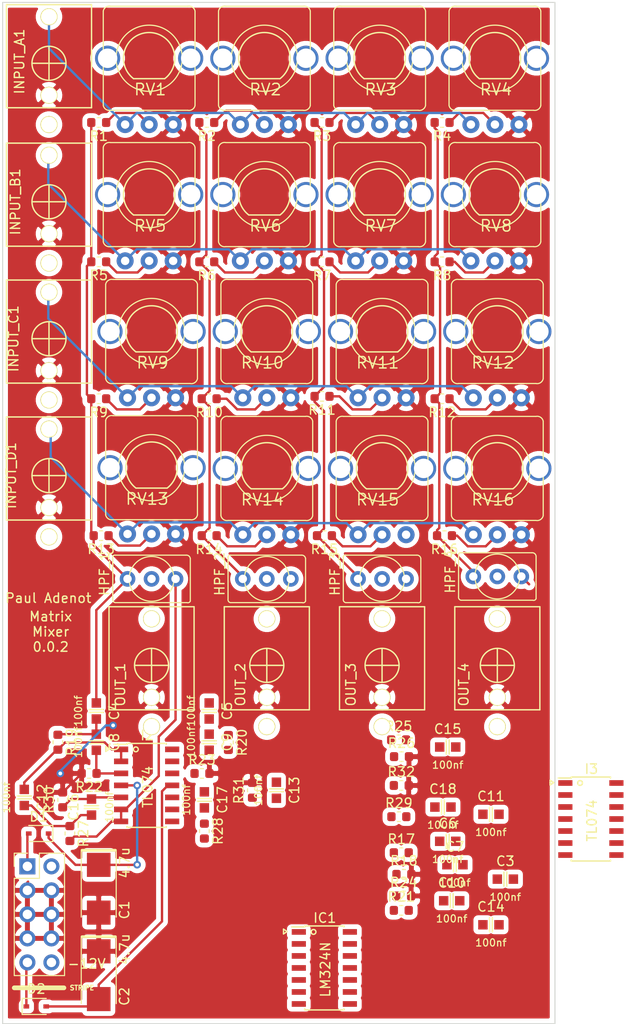
<source format=kicad_pcb>
(kicad_pcb (version 20171130) (host pcbnew "(5.1.2-1)-1")
  (layers (0 F.Cu signal) (31 B.Cu signal) (34 B.Paste user) (35 F.Paste user) (36 B.SilkS user) (37 F.SilkS user) (38 B.Mask user) (39 F.Mask user) (44 Edge.Cuts user))
  (net 0 "")
  (net 1 /VCC)
  (net 2 GND)
  (net 3 /VEE)
  (net 4 "Net-(D1-Pad2)")
  (net 5 "Net-(D2-Pad1)")
  (net 6 "Net-(INPUT_A1-Pad3)")
  (net 7 "Net-(INPUT_A1-Pad1)")
  (net 8 "Net-(INPUT_B1-Pad3)")
  (net 9 "Net-(INPUT_B1-Pad1)")
  (net 10 "Net-(INPUT_C1-Pad3)")
  (net 11 "Net-(INPUT_C1-Pad1)")
  (net 12 "Net-(INPUT_D1-Pad1)")
  (net 13 "Net-(INPUT_D1-Pad3)")
  (net 14 "Net-(J1-Pad2)")
  (net 15 "Net-(J1-Pad10)")
  (net 16 "Net-(R1-Pad1)")
  (net 17 "Net-(R2-Pad1)")
  (net 18 "Net-(R3-Pad1)")
  (net 19 "Net-(R4-Pad1)")
  (net 20 "Net-(R5-Pad1)")
  (net 21 "Net-(R6-Pad1)")
  (net 22 "Net-(R7-Pad1)")
  (net 23 "Net-(R8-Pad1)")
  (net 24 "Net-(R9-Pad1)")
  (net 25 "Net-(R10-Pad1)")
  (net 26 "Net-(R11-Pad1)")
  (net 27 "Net-(R12-Pad1)")
  (net 28 "Net-(R13-Pad1)")
  (net 29 "Net-(R14-Pad1)")
  (net 30 "Net-(R15-Pad1)")
  (net 31 "Net-(R16-Pad1)")
  (net 32 "Net-(IC1-Pad13)")
  (net 33 "Net-(IC1-Pad6)")
  (net 34 "Net-(IC1-Pad8)")
  (net 35 "Net-(IC1-Pad1)")
  (net 36 "Net-(C3-Pad1)")
  (net 37 "Net-(C4-Pad1)")
  (net 38 "Net-(C5-Pad1)")
  (net 39 "Net-(C3-Pad2)")
  (net 40 "Net-(C4-Pad2)")
  (net 41 "Net-(C5-Pad2)")
  (net 42 "Net-(C10-Pad1)")
  (net 43 "Net-(C7-Pad2)")
  (net 44 "Net-(C8-Pad2)")
  (net 45 "Net-(C9-Pad2)")
  (net 46 "Net-(C10-Pad2)")
  (net 47 "Net-(HPF_1-Pad2)")
  (net 48 "Net-(HPF_2-Pad2)")
  (net 49 "Net-(HPF_3-Pad2)")
  (net 50 "Net-(HPF_4-Pad2)")
  (net 51 "Net-(OUT_1-Pad1)")
  (net 52 "Net-(OUT_2-Pad1)")
  (net 53 "Net-(OUT_3-Pad1)")
  (net 54 "Net-(OUT_4-Pad1)")
  (net 55 "Net-(C11-Pad2)")
  (net 56 "Net-(C11-Pad1)")
  (net 57 "Net-(C12-Pad1)")
  (net 58 "Net-(C12-Pad2)")
  (net 59 "Net-(C13-Pad1)")
  (net 60 "Net-(C13-Pad2)")
  (net 61 "Net-(C14-Pad2)")
  (net 62 "Net-(C14-Pad1)")
  (net 63 "Net-(C15-Pad2)")
  (net 64 "Net-(C16-Pad2)")
  (net 65 "Net-(C17-Pad2)")
  (net 66 "Net-(C18-Pad2)")
  (net 67 "Net-(HPF_1-Pad3)")
  (net 68 "Net-(HPF_2-Pad3)")
  (net 69 "Net-(HPF_3-Pad3)")
  (net 70 "Net-(HPF_4-Pad3)")
  (net 71 "Net-(C6-Pad1)")
  (net 72 "Net-(RV15-Pad3)")
  (module 4ms_Package_SOIC:SOIC-14_3.9x8.65mm_Pitch1.27mm (layer F.Cu) (at 116.078 141.732)
    (fp_text reference I3 (at 0.04 -5.292) (layer F.SilkS))
    (fp_text value TL074 (at 0.1043 0.1581 90) (layer F.SilkS))
    (pad 14 smd rect (at 2.69 -3.817) (size 1.5 0.6) (layers F.Cu F.Paste F.Mask) (net 70 "Net-(HPF_4-Pad3)"))
    (pad 13 smd rect (at 2.69 -2.547) (size 1.5 0.6) (layers F.Cu F.Paste F.Mask) (net 70 "Net-(HPF_4-Pad3)"))
    (pad 12 smd rect (at 2.69 -1.277) (size 1.5 0.6) (layers F.Cu F.Paste F.Mask) (net 63 "Net-(C15-Pad2)"))
    (pad 11 smd rect (at 2.69 -0.007) (size 1.5 0.6) (layers F.Cu F.Paste F.Mask) (net 3 /VEE))
    (pad 10 smd rect (at 2.69 1.263) (size 1.5 0.6) (layers F.Cu F.Paste F.Mask) (net 43 "Net-(C7-Pad2)"))
    (pad 9 smd rect (at 2.69 2.533) (size 1.5 0.6) (layers F.Cu F.Paste F.Mask) (net 56 "Net-(C11-Pad1)"))
    (pad 8 smd rect (at 2.69 3.803) (size 1.5 0.6) (layers F.Cu F.Paste F.Mask) (net 56 "Net-(C11-Pad1)"))
    (pad 7 smd rect (at -2.71 3.803) (size 1.5 0.6) (layers F.Cu F.Paste F.Mask) (net 69 "Net-(HPF_3-Pad3)"))
    (pad 6 smd rect (at -2.71 2.533) (size 1.5 0.6) (layers F.Cu F.Paste F.Mask) (net 69 "Net-(HPF_3-Pad3)"))
    (pad 5 smd rect (at -2.71 1.263) (size 1.5 0.6) (layers F.Cu F.Paste F.Mask) (net 66 "Net-(C18-Pad2)"))
    (pad 4 smd rect (at -2.71 -0.007) (size 1.5 0.6) (layers F.Cu F.Paste F.Mask) (net 1 /VCC))
    (pad 3 smd rect (at -2.71 -1.277) (size 1.5 0.6) (layers F.Cu F.Paste F.Mask) (net 46 "Net-(C10-Pad2)"))
    (pad 2 smd rect (at -2.71 -2.547) (size 1.5 0.6) (layers F.Cu F.Paste F.Mask) (net 62 "Net-(C14-Pad1)"))
    (pad 1 smd rect (at -2.71 -3.817) (size 1.5 0.6) (layers F.Cu F.Paste F.Mask) (net 62 "Net-(C14-Pad1)"))
  )
  (module Resistor_SMD:R_0603_1608Metric (layer F.Cu) (at 60.96 143.256 270)
    (fp_text reference R27 (at 0 -1.43 90) (layer F.SilkS))
    (fp_text value 5.89k)
    (pad 2 smd roundrect (at 0.7875 0 270) (size 0.875 0.95) (layers F.Cu F.Paste F.Mask) (net 67 "Net-(HPF_1-Pad3)"))
    (pad 1 smd roundrect (at -0.7875 0 270) (size 0.875 0.95) (layers F.Cu F.Paste F.Mask) (net 58 "Net-(C12-Pad2)"))
  )
  (module Resistor_SMD:R_0603_1608Metric (layer F.Cu) (at 96.012 138.176)
    (fp_text reference R32 (at 0 -1.43) (layer F.SilkS))
    (fp_text value 6.89k)
    (pad 2 smd roundrect (at 0.7875 0) (size 0.875 0.95) (layers F.Cu F.Paste F.Mask) (net 2 GND))
    (pad 1 smd roundrect (at -0.7875 0) (size 0.875 0.95) (layers F.Cu F.Paste F.Mask) (net 66 "Net-(C18-Pad2)"))
  )
  (module Resistor_SMD:R_0603_1608Metric (layer F.Cu) (at 96.2915 147.574)
    (fp_text reference R18 (at 0 -1.43) (layer F.SilkS))
    (fp_text value 16.6k)
    (pad 2 smd roundrect (at 0.7875 0) (size 0.875 0.95) (layers F.Cu F.Paste F.Mask) (net 2 GND))
    (pad 1 smd roundrect (at -0.7875 0) (size 0.875 0.95) (layers F.Cu F.Paste F.Mask) (net 43 "Net-(C7-Pad2)"))
  )
  (module Resistor_SMD:R_0603_1608Metric (layer F.Cu) (at 59.69 133.604 270)
    (fp_text reference R19 (at 0 -1.43 90) (layer F.SilkS))
    (fp_text value 2.44k)
    (pad 1 smd roundrect (at -0.7875 0 270) (size 0.875 0.95) (layers F.Cu F.Paste F.Mask) (net 40 "Net-(C4-Pad2)"))
    (pad 2 smd roundrect (at 0.7875 0 270) (size 0.875 0.95) (layers F.Cu F.Paste F.Mask) (net 57 "Net-(C12-Pad1)"))
  )
  (module Resistor_SMD:R_0603_1608Metric (layer F.Cu) (at 77.724 133.6295 270)
    (fp_text reference R20 (at 0 -1.43 90) (layer F.SilkS))
    (fp_text value 2.44k)
    (pad 2 smd roundrect (at 0.7875 0 270) (size 0.875 0.95) (layers F.Cu F.Paste F.Mask) (net 59 "Net-(C13-Pad1)"))
    (pad 1 smd roundrect (at -0.7875 0 270) (size 0.875 0.95) (layers F.Cu F.Paste F.Mask) (net 41 "Net-(C5-Pad2)"))
  )
  (module Resistor_SMD:R_0603_1608Metric (layer F.Cu) (at 96.012 151.384)
    (fp_text reference R21 (at 0 -1.43) (layer F.SilkS))
    (fp_text value 2.44k)
    (pad 2 smd roundrect (at 0.7875 0) (size 0.875 0.95) (layers F.Cu F.Paste F.Mask) (net 62 "Net-(C14-Pad1)"))
    (pad 1 smd roundrect (at -0.7875 0) (size 0.875 0.95) (layers F.Cu F.Paste F.Mask) (net 42 "Net-(C10-Pad1)"))
  )
  (module Resistor_SMD:R_0603_1608Metric (layer F.Cu) (at 62.992 136.906 180)
    (fp_text reference R22 (at 0 -1.43) (layer F.SilkS))
    (fp_text value 16.6k)
    (pad 2 smd roundrect (at 0.7875 0 180) (size 0.875 0.95) (layers F.Cu F.Paste F.Mask) (net 2 GND))
    (pad 1 smd roundrect (at -0.7875 0 180) (size 0.875 0.95) (layers F.Cu F.Paste F.Mask) (net 44 "Net-(C8-Pad2)"))
  )
  (module Resistor_SMD:R_0603_1608Metric (layer F.Cu) (at 74.93 136.906)
    (fp_text reference R23 (at 0 -1.43) (layer F.SilkS))
    (fp_text value 16.6k)
    (pad 2 smd roundrect (at 0.7875 0) (size 0.875 0.95) (layers F.Cu F.Paste F.Mask) (net 2 GND))
    (pad 1 smd roundrect (at -0.7875 0) (size 0.875 0.95) (layers F.Cu F.Paste F.Mask) (net 45 "Net-(C9-Pad2)"))
  )
  (module Resistor_SMD:R_0603_1608Metric (layer F.Cu) (at 96.266 149.86)
    (fp_text reference R24 (at 0 -1.43) (layer F.SilkS))
    (fp_text value 16.6k)
    (pad 2 smd roundrect (at 0.7875 0) (size 0.875 0.95) (layers F.Cu F.Paste F.Mask) (net 2 GND))
    (pad 1 smd roundrect (at -0.7875 0) (size 0.875 0.95) (layers F.Cu F.Paste F.Mask) (net 46 "Net-(C10-Pad2)"))
  )
  (module Resistor_SMD:R_0603_1608Metric (layer F.Cu) (at 95.7325 133.35)
    (fp_text reference R25 (at 0 -1.43) (layer F.SilkS))
    (fp_text value 5.89k)
    (pad 2 smd roundrect (at 0.7875 0) (size 0.875 0.95) (layers F.Cu F.Paste F.Mask) (net 70 "Net-(HPF_4-Pad3)"))
    (pad 1 smd roundrect (at -0.7875 0) (size 0.875 0.95) (layers F.Cu F.Paste F.Mask) (net 55 "Net-(C11-Pad2)"))
  )
  (module Resistor_SMD:R_0603_1608Metric (layer F.Cu) (at 96.0375 135.128)
    (fp_text reference R26 (at 0 -1.43) (layer F.SilkS))
    (fp_text value 6.89k)
    (pad 2 smd roundrect (at 0.7875 0) (size 0.875 0.95) (layers F.Cu F.Paste F.Mask) (net 2 GND))
    (pad 1 smd roundrect (at -0.7875 0) (size 0.875 0.95) (layers F.Cu F.Paste F.Mask) (net 63 "Net-(C15-Pad2)"))
  )
  (module Resistor_SMD:R_0603_1608Metric (layer F.Cu) (at 75.184 143.002 270)
    (fp_text reference R28 (at 0 -1.43 90) (layer F.SilkS))
    (fp_text value 5.89k)
    (pad 2 smd roundrect (at 0.7875 0 270) (size 0.875 0.95) (layers F.Cu F.Paste F.Mask) (net 68 "Net-(HPF_2-Pad3)"))
    (pad 1 smd roundrect (at -0.7875 0 270) (size 0.875 0.95) (layers F.Cu F.Paste F.Mask) (net 60 "Net-(C13-Pad2)"))
  )
  (module Resistor_SMD:R_0603_1608Metric (layer F.Cu) (at 95.758 141.478)
    (fp_text reference R29 (at 0 -1.43) (layer F.SilkS))
    (fp_text value 5.89k)
    (pad 2 smd roundrect (at 0.7875 0) (size 0.875 0.95) (layers F.Cu F.Paste F.Mask) (net 69 "Net-(HPF_3-Pad3)"))
    (pad 1 smd roundrect (at -0.7875 0) (size 0.875 0.95) (layers F.Cu F.Paste F.Mask) (net 61 "Net-(C14-Pad2)"))
  )
  (module Resistor_SMD:R_0603_1608Metric (layer F.Cu) (at 60.198 139.7 90)
    (fp_text reference R30 (at 0 -1.43 90) (layer F.SilkS))
    (fp_text value 6.89k)
    (pad 2 smd roundrect (at 0.7875 0 90) (size 0.875 0.95) (layers F.Cu F.Paste F.Mask) (net 2 GND))
    (pad 1 smd roundrect (at -0.7875 0 90) (size 0.875 0.95) (layers F.Cu F.Paste F.Mask) (net 64 "Net-(C16-Pad2)"))
  )
  (module Resistor_SMD:R_0603_1608Metric (layer F.Cu) (at 80.264 138.684 90)
    (fp_text reference R31 (at 0 -1.43 90) (layer F.SilkS))
    (fp_text value 6.89k)
    (pad 2 smd roundrect (at 0.7875 0 90) (size 0.875 0.95) (layers F.Cu F.Paste F.Mask) (net 2 GND))
    (pad 1 smd roundrect (at -0.7875 0 90) (size 0.875 0.95) (layers F.Cu F.Paste F.Mask) (net 65 "Net-(C17-Pad2)"))
  )
  (module Resistor_SMD:R_0603_1608Metric (layer F.Cu) (at 96.012 145.288)
    (fp_text reference R17 (at 0 -1.43) (layer F.SilkS))
    (fp_text value 2.44k)
    (pad 2 smd roundrect (at 0.7875 0) (size 0.875 0.95) (layers F.Cu F.Paste F.Mask) (net 56 "Net-(C11-Pad1)"))
    (pad 1 smd roundrect (at -0.7875 0) (size 0.875 0.95) (layers F.Cu F.Paste F.Mask) (net 39 "Net-(C3-Pad2)"))
  )
  (module Resistor_SMD:R_0603_1608Metric (layer F.Cu) (at 64.008 68.072 180)
    (fp_text reference R1 (at 0 -1.43) (layer F.SilkS))
    (fp_text value 100k)
    (pad 2 smd roundrect (at 0.7875 0 180) (size 0.875 0.95) (layers F.Cu F.Paste F.Mask) (net 37 "Net-(C4-Pad1)"))
    (pad 1 smd roundrect (at -0.7875 0 180) (size 0.875 0.95) (layers F.Cu F.Paste F.Mask) (net 16 "Net-(R1-Pad1)"))
  )
  (module Resistor_SMD:R_0603_1608Metric (layer F.Cu) (at 75.438 68.072 180)
    (fp_text reference R2 (at 0 -1.43) (layer F.SilkS))
    (fp_text value 100k)
    (pad 2 smd roundrect (at 0.7875 0 180) (size 0.875 0.95) (layers F.Cu F.Paste F.Mask) (net 38 "Net-(C5-Pad1)"))
    (pad 1 smd roundrect (at -0.7875 0 180) (size 0.875 0.95) (layers F.Cu F.Paste F.Mask) (net 17 "Net-(R2-Pad1)"))
  )
  (module Resistor_SMD:R_0603_1608Metric (layer F.Cu) (at 87.63 68.072 180)
    (fp_text reference R3 (at 0 -1.43) (layer F.SilkS))
    (fp_text value 100k)
    (pad 2 smd roundrect (at 0.7875 0 180) (size 0.875 0.95) (layers F.Cu F.Paste F.Mask) (net 71 "Net-(C6-Pad1)"))
    (pad 1 smd roundrect (at -0.7875 0 180) (size 0.875 0.95) (layers F.Cu F.Paste F.Mask) (net 18 "Net-(R3-Pad1)"))
  )
  (module Resistor_SMD:R_0603_1608Metric (layer F.Cu) (at 100.33 68.072 180)
    (fp_text reference R4 (at 0 -1.43) (layer F.SilkS))
    (fp_text value 100k)
    (pad 2 smd roundrect (at 0.7875 0 180) (size 0.875 0.95) (layers F.Cu F.Paste F.Mask) (net 36 "Net-(C3-Pad1)"))
    (pad 1 smd roundrect (at -0.7875 0 180) (size 0.875 0.95) (layers F.Cu F.Paste F.Mask) (net 19 "Net-(R4-Pad1)"))
  )
  (module Resistor_SMD:R_0603_1608Metric (layer F.Cu) (at 64.008 82.804 180)
    (fp_text reference R5 (at 0 -1.43) (layer F.SilkS))
    (fp_text value 100k)
    (pad 2 smd roundrect (at 0.7875 0 180) (size 0.875 0.95) (layers F.Cu F.Paste F.Mask) (net 37 "Net-(C4-Pad1)"))
    (pad 1 smd roundrect (at -0.7875 0 180) (size 0.875 0.95) (layers F.Cu F.Paste F.Mask) (net 20 "Net-(R5-Pad1)"))
  )
  (module Resistor_SMD:R_0603_1608Metric (layer F.Cu) (at 75.438 82.804 180)
    (fp_text reference R6 (at 0 -1.43) (layer F.SilkS))
    (fp_text value 100k)
    (pad 2 smd roundrect (at 0.7875 0 180) (size 0.875 0.95) (layers F.Cu F.Paste F.Mask) (net 38 "Net-(C5-Pad1)"))
    (pad 1 smd roundrect (at -0.7875 0 180) (size 0.875 0.95) (layers F.Cu F.Paste F.Mask) (net 21 "Net-(R6-Pad1)"))
  )
  (module Resistor_SMD:R_0603_1608Metric (layer F.Cu) (at 87.63 82.804 180)
    (fp_text reference R7 (at 0 -1.43) (layer F.SilkS))
    (fp_text value 100k)
    (pad 2 smd roundrect (at 0.7875 0 180) (size 0.875 0.95) (layers F.Cu F.Paste F.Mask) (net 71 "Net-(C6-Pad1)"))
    (pad 1 smd roundrect (at -0.7875 0 180) (size 0.875 0.95) (layers F.Cu F.Paste F.Mask) (net 22 "Net-(R7-Pad1)"))
  )
  (module Resistor_SMD:R_0603_1608Metric (layer F.Cu) (at 100.33 82.804 180)
    (fp_text reference R8 (at 0 -1.43) (layer F.SilkS))
    (fp_text value 100k)
    (pad 2 smd roundrect (at 0.7875 0 180) (size 0.875 0.95) (layers F.Cu F.Paste F.Mask) (net 36 "Net-(C3-Pad1)"))
    (pad 1 smd roundrect (at -0.7875 0 180) (size 0.875 0.95) (layers F.Cu F.Paste F.Mask) (net 23 "Net-(R8-Pad1)"))
  )
  (module Resistor_SMD:R_0603_1608Metric (layer F.Cu) (at 64.008 97.282 180)
    (fp_text reference R9 (at 0 -1.43) (layer F.SilkS))
    (fp_text value 100k)
    (pad 2 smd roundrect (at 0.7875 0 180) (size 0.875 0.95) (layers F.Cu F.Paste F.Mask) (net 37 "Net-(C4-Pad1)"))
    (pad 1 smd roundrect (at -0.7875 0 180) (size 0.875 0.95) (layers F.Cu F.Paste F.Mask) (net 24 "Net-(R9-Pad1)"))
  )
  (module Resistor_SMD:R_0603_1608Metric (layer F.Cu) (at 75.692 97.282 180)
    (fp_text reference R10 (at 0 -1.43) (layer F.SilkS))
    (fp_text value 100k)
    (pad 2 smd roundrect (at 0.7875 0 180) (size 0.875 0.95) (layers F.Cu F.Paste F.Mask) (net 38 "Net-(C5-Pad1)"))
    (pad 1 smd roundrect (at -0.7875 0 180) (size 0.875 0.95) (layers F.Cu F.Paste F.Mask) (net 25 "Net-(R10-Pad1)"))
  )
  (module Resistor_SMD:R_0603_1608Metric (layer F.Cu) (at 87.63 97.028 180)
    (fp_text reference R11 (at 0 -1.43) (layer F.SilkS))
    (fp_text value 100k)
    (pad 2 smd roundrect (at 0.7875 0 180) (size 0.875 0.95) (layers F.Cu F.Paste F.Mask) (net 71 "Net-(C6-Pad1)"))
    (pad 1 smd roundrect (at -0.7875 0 180) (size 0.875 0.95) (layers F.Cu F.Paste F.Mask) (net 26 "Net-(R11-Pad1)"))
  )
  (module Resistor_SMD:R_0603_1608Metric (layer F.Cu) (at 100.33 97.282 180)
    (fp_text reference R12 (at 0 -1.43) (layer F.SilkS))
    (fp_text value 100k)
    (pad 2 smd roundrect (at 0.7875 0 180) (size 0.875 0.95) (layers F.Cu F.Paste F.Mask) (net 36 "Net-(C3-Pad1)"))
    (pad 1 smd roundrect (at -0.7875 0 180) (size 0.875 0.95) (layers F.Cu F.Paste F.Mask) (net 27 "Net-(R12-Pad1)"))
  )
  (module Resistor_SMD:R_0603_1608Metric (layer F.Cu) (at 64.262 111.76 180)
    (fp_text reference R13 (at 0 -1.43) (layer F.SilkS))
    (fp_text value 100k)
    (pad 2 smd roundrect (at 0.7875 0 180) (size 0.875 0.95) (layers F.Cu F.Paste F.Mask) (net 37 "Net-(C4-Pad1)"))
    (pad 1 smd roundrect (at -0.7875 0 180) (size 0.875 0.95) (layers F.Cu F.Paste F.Mask) (net 28 "Net-(R13-Pad1)"))
  )
  (module Resistor_SMD:R_0603_1608Metric (layer F.Cu) (at 75.692 111.76 180)
    (fp_text reference R14 (at 0 -1.43) (layer F.SilkS))
    (fp_text value 100k)
    (pad 2 smd roundrect (at 0.7875 0 180) (size 0.875 0.95) (layers F.Cu F.Paste F.Mask) (net 38 "Net-(C5-Pad1)"))
    (pad 1 smd roundrect (at -0.7875 0 180) (size 0.875 0.95) (layers F.Cu F.Paste F.Mask) (net 29 "Net-(R14-Pad1)"))
  )
  (module Resistor_SMD:R_0603_1608Metric (layer F.Cu) (at 87.884 111.76 180)
    (fp_text reference R15 (at 0 -1.43) (layer F.SilkS))
    (fp_text value 100k)
    (pad 2 smd roundrect (at 0.7875 0 180) (size 0.875 0.95) (layers F.Cu F.Paste F.Mask) (net 71 "Net-(C6-Pad1)"))
    (pad 1 smd roundrect (at -0.7875 0 180) (size 0.875 0.95) (layers F.Cu F.Paste F.Mask) (net 30 "Net-(R15-Pad1)"))
  )
  (module Resistor_SMD:R_0603_1608Metric (layer F.Cu) (at 100.584 111.76 180)
    (fp_text reference R16 (at 0 -1.43) (layer F.SilkS))
    (fp_text value 100k)
    (pad 2 smd roundrect (at 0.7875 0 180) (size 0.875 0.95) (layers F.Cu F.Paste F.Mask) (net 36 "Net-(C3-Pad1)"))
    (pad 1 smd roundrect (at -0.7875 0 180) (size 0.875 0.95) (layers F.Cu F.Paste F.Mask) (net 31 "Net-(R16-Pad1)"))
  )
  (module 4ms-footprints:C0603 (layer F.Cu) (at 105.498 141.224)
    (fp_text reference C11 (at 0 -1.9) (layer F.SilkS))
    (fp_text value 100nf (at 0 1.9) (layer F.SilkS) (effects (font (size 0.762 0.762) (thickness 0.127))))
    (pad 2 smd rect (at 0.85 0) (size 1 1) (layers F.Cu F.Paste F.Mask) (net 55 "Net-(C11-Pad2)"))
    (pad 1 smd rect (at -0.85 0) (size 1 1) (layers F.Cu F.Paste F.Mask) (net 56 "Net-(C11-Pad1)"))
  )
  (module 4ms-footprints:C0603 (layer F.Cu) (at 101.688 146.558)
    (fp_text reference C7 (at 0 -1.9) (layer F.SilkS))
    (fp_text value 100nf (at 0 1.9) (layer F.SilkS) (effects (font (size 0.762 0.762) (thickness 0.127))))
    (pad 1 smd rect (at -0.85 0) (size 1 1) (layers F.Cu F.Paste F.Mask) (net 39 "Net-(C3-Pad2)"))
    (pad 2 smd rect (at 0.85 0) (size 1 1) (layers F.Cu F.Paste F.Mask) (net 43 "Net-(C7-Pad2)"))
  )
  (module 4ms-footprints:C0603 (layer F.Cu) (at 100.418 140.462)
    (fp_text reference C18 (at 0 -1.9) (layer F.SilkS))
    (fp_text value 100nf (at 0 1.9) (layer F.SilkS) (effects (font (size 0.762 0.762) (thickness 0.127))))
    (pad 1 smd rect (at -0.85 0) (size 1 1) (layers F.Cu F.Paste F.Mask) (net 61 "Net-(C14-Pad2)"))
    (pad 2 smd rect (at 0.85 0) (size 1 1) (layers F.Cu F.Paste F.Mask) (net 66 "Net-(C18-Pad2)"))
  )
  (module 4ms-footprints:C0603 (layer F.Cu) (at 107.022 148.082)
    (fp_text reference C3 (at 0 -1.9) (layer F.SilkS))
    (fp_text value 100nf (at 0 1.9) (layer F.SilkS) (effects (font (size 0.762 0.762) (thickness 0.127))))
    (pad 2 smd rect (at 0.85 0) (size 1 1) (layers F.Cu F.Paste F.Mask) (net 39 "Net-(C3-Pad2)"))
    (pad 1 smd rect (at -0.85 0) (size 1 1) (layers F.Cu F.Paste F.Mask) (net 36 "Net-(C3-Pad1)"))
  )
  (module 4ms-footprints:C0603 (layer F.Cu) (at 63.754 130.302 270)
    (fp_text reference C4 (at 0 -1.9 90) (layer F.SilkS))
    (fp_text value 100nf (at 0 1.9 90) (layer F.SilkS) (effects (font (size 0.762 0.762) (thickness 0.127))))
    (pad 1 smd rect (at -0.85 0 270) (size 1 1) (layers F.Cu F.Paste F.Mask) (net 37 "Net-(C4-Pad1)"))
    (pad 2 smd rect (at 0.85 0 270) (size 1 1) (layers F.Cu F.Paste F.Mask) (net 40 "Net-(C4-Pad2)"))
  )
  (module 4ms-footprints:C0603 (layer F.Cu) (at 75.692 130.302 270)
    (fp_text reference C5 (at 0 -1.9 90) (layer F.SilkS))
    (fp_text value 100nf (at 0 1.9 90) (layer F.SilkS) (effects (font (size 0.762 0.762) (thickness 0.127))))
    (pad 1 smd rect (at -0.85 0 270) (size 1 1) (layers F.Cu F.Paste F.Mask) (net 38 "Net-(C5-Pad1)"))
    (pad 2 smd rect (at 0.85 0 270) (size 1 1) (layers F.Cu F.Paste F.Mask) (net 41 "Net-(C5-Pad2)"))
  )
  (module 4ms-footprints:C0603 (layer F.Cu) (at 100.926 144.081001)
    (fp_text reference C6 (at 0 -1.9) (layer F.SilkS))
    (fp_text value 100nf (at 0 1.9) (layer F.SilkS) (effects (font (size 0.762 0.762) (thickness 0.127))))
    (pad 2 smd rect (at 0.85 0) (size 1 1) (layers F.Cu F.Paste F.Mask) (net 42 "Net-(C10-Pad1)"))
    (pad 1 smd rect (at -0.85 0) (size 1 1) (layers F.Cu F.Paste F.Mask) (net 71 "Net-(C6-Pad1)"))
  )
  (module 4ms-footprints:C0603 (layer F.Cu) (at 75.692 133.604 270)
    (fp_text reference C9 (at 0 -1.9 90) (layer F.SilkS))
    (fp_text value 100nf (at 0 1.9 90) (layer F.SilkS) (effects (font (size 0.762 0.762) (thickness 0.127))))
    (pad 2 smd rect (at 0.85 0 270) (size 1 1) (layers F.Cu F.Paste F.Mask) (net 45 "Net-(C9-Pad2)"))
    (pad 1 smd rect (at -0.85 0 270) (size 1 1) (layers F.Cu F.Paste F.Mask) (net 41 "Net-(C5-Pad2)"))
  )
  (module 4ms-footprints:C0603 (layer F.Cu) (at 101.346 150.368)
    (fp_text reference C10 (at 0 -1.9) (layer F.SilkS))
    (fp_text value 100nf (at 0 1.9) (layer F.SilkS) (effects (font (size 0.762 0.762) (thickness 0.127))))
    (pad 1 smd rect (at -0.85 0) (size 1 1) (layers F.Cu F.Paste F.Mask) (net 42 "Net-(C10-Pad1)"))
    (pad 2 smd rect (at 0.85 0) (size 1 1) (layers F.Cu F.Paste F.Mask) (net 46 "Net-(C10-Pad2)"))
  )
  (module 4ms-footprints:C0603 (layer F.Cu) (at 105.498 152.908)
    (fp_text reference C14 (at 0 -1.9) (layer F.SilkS))
    (fp_text value 100nf (at 0 1.9) (layer F.SilkS) (effects (font (size 0.762 0.762) (thickness 0.127))))
    (pad 2 smd rect (at 0.85 0) (size 1 1) (layers F.Cu F.Paste F.Mask) (net 61 "Net-(C14-Pad2)"))
    (pad 1 smd rect (at -0.85 0) (size 1 1) (layers F.Cu F.Paste F.Mask) (net 62 "Net-(C14-Pad1)"))
  )
  (module 4ms-footprints:C0603 (layer F.Cu) (at 100.926 134.112)
    (fp_text reference C15 (at 0 -1.9) (layer F.SilkS))
    (fp_text value 100nf (at 0 1.9) (layer F.SilkS) (effects (font (size 0.762 0.762) (thickness 0.127))))
    (pad 1 smd rect (at -0.85 0) (size 1 1) (layers F.Cu F.Paste F.Mask) (net 55 "Net-(C11-Pad2)"))
    (pad 2 smd rect (at 0.85 0) (size 1 1) (layers F.Cu F.Paste F.Mask) (net 63 "Net-(C15-Pad2)"))
  )
  (module 4ms-footprints:C0603 (layer F.Cu) (at 63.246 140.462 90)
    (fp_text reference C16 (at 0 -1.9 90) (layer F.SilkS))
    (fp_text value 100nf (at 0 1.9 90) (layer F.SilkS) (effects (font (size 0.762 0.762) (thickness 0.127))))
    (pad 2 smd rect (at 0.85 0 90) (size 1 1) (layers F.Cu F.Paste F.Mask) (net 64 "Net-(C16-Pad2)"))
    (pad 1 smd rect (at -0.85 0 90) (size 1 1) (layers F.Cu F.Paste F.Mask) (net 58 "Net-(C12-Pad2)"))
  )
  (module 4ms-footprints:C0603 (layer F.Cu) (at 75.184 139.7 270)
    (fp_text reference C17 (at 0 -1.9 90) (layer F.SilkS))
    (fp_text value 100nf (at 0 1.9 90) (layer F.SilkS) (effects (font (size 0.762 0.762) (thickness 0.127))))
    (pad 2 smd rect (at 0.85 0 270) (size 1 1) (layers F.Cu F.Paste F.Mask) (net 65 "Net-(C17-Pad2)"))
    (pad 1 smd rect (at -0.85 0 270) (size 1 1) (layers F.Cu F.Paste F.Mask) (net 60 "Net-(C13-Pad2)"))
  )
  (module 4ms_Package_SOIC:SOIC-14_3.9x8.65mm_Pitch1.27mm (layer F.Cu) (at 87.884 157.48)
    (fp_text reference IC1 (at 0.04 -5.292) (layer F.SilkS))
    (fp_text value LM324N (at 0.1043 0.1581 90) (layer F.SilkS))
    (pad 1 smd rect (at -2.71 -3.817) (size 1.5 0.6) (layers F.Cu F.Paste F.Mask) (net 35 "Net-(IC1-Pad1)"))
    (pad 2 smd rect (at -2.71 -2.547) (size 1.5 0.6) (layers F.Cu F.Paste F.Mask) (net 35 "Net-(IC1-Pad1)"))
    (pad 3 smd rect (at -2.71 -1.277) (size 1.5 0.6) (layers F.Cu F.Paste F.Mask) (net 48 "Net-(HPF_2-Pad2)"))
    (pad 4 smd rect (at -2.71 -0.007) (size 1.5 0.6) (layers F.Cu F.Paste F.Mask) (net 1 /VCC))
    (pad 5 smd rect (at -2.71 1.263) (size 1.5 0.6) (layers F.Cu F.Paste F.Mask) (net 47 "Net-(HPF_1-Pad2)"))
    (pad 6 smd rect (at -2.71 2.533) (size 1.5 0.6) (layers F.Cu F.Paste F.Mask) (net 33 "Net-(IC1-Pad6)"))
    (pad 7 smd rect (at -2.71 3.803) (size 1.5 0.6) (layers F.Cu F.Paste F.Mask) (net 33 "Net-(IC1-Pad6)"))
    (pad 8 smd rect (at 2.69 3.803) (size 1.5 0.6) (layers F.Cu F.Paste F.Mask) (net 34 "Net-(IC1-Pad8)"))
    (pad 9 smd rect (at 2.69 2.533) (size 1.5 0.6) (layers F.Cu F.Paste F.Mask) (net 34 "Net-(IC1-Pad8)"))
    (pad 10 smd rect (at 2.69 1.263) (size 1.5 0.6) (layers F.Cu F.Paste F.Mask) (net 50 "Net-(HPF_4-Pad2)"))
    (pad 11 smd rect (at 2.69 -0.007) (size 1.5 0.6) (layers F.Cu F.Paste F.Mask) (net 3 /VEE))
    (pad 12 smd rect (at 2.69 -1.277) (size 1.5 0.6) (layers F.Cu F.Paste F.Mask) (net 49 "Net-(HPF_3-Pad2)"))
    (pad 13 smd rect (at 2.69 -2.547) (size 1.5 0.6) (layers F.Cu F.Paste F.Mask) (net 32 "Net-(IC1-Pad13)"))
    (pad 14 smd rect (at 2.69 -3.817) (size 1.5 0.6) (layers F.Cu F.Paste F.Mask) (net 32 "Net-(IC1-Pad13)"))
  )
  (module 4ms_Package_SOIC:SOIC-14_3.9x8.65mm_Pitch1.27mm (layer F.Cu) (at 69.088 138.176)
    (fp_text reference I2 (at 0.04 -5.292) (layer F.SilkS))
    (fp_text value TL074 (at 0.1043 0.1581 90) (layer F.SilkS))
    (pad 1 smd rect (at -2.71 -3.817) (size 1.5 0.6) (layers F.Cu F.Paste F.Mask) (net 57 "Net-(C12-Pad1)"))
    (pad 2 smd rect (at -2.71 -2.547) (size 1.5 0.6) (layers F.Cu F.Paste F.Mask) (net 57 "Net-(C12-Pad1)"))
    (pad 3 smd rect (at -2.71 -1.277) (size 1.5 0.6) (layers F.Cu F.Paste F.Mask) (net 44 "Net-(C8-Pad2)"))
    (pad 4 smd rect (at -2.71 -0.007) (size 1.5 0.6) (layers F.Cu F.Paste F.Mask) (net 1 /VCC))
    (pad 5 smd rect (at -2.71 1.263) (size 1.5 0.6) (layers F.Cu F.Paste F.Mask) (net 64 "Net-(C16-Pad2)"))
    (pad 6 smd rect (at -2.71 2.533) (size 1.5 0.6) (layers F.Cu F.Paste F.Mask) (net 67 "Net-(HPF_1-Pad3)"))
    (pad 7 smd rect (at -2.71 3.803) (size 1.5 0.6) (layers F.Cu F.Paste F.Mask) (net 67 "Net-(HPF_1-Pad3)"))
    (pad 8 smd rect (at 2.69 3.803) (size 1.5 0.6) (layers F.Cu F.Paste F.Mask) (net 59 "Net-(C13-Pad1)"))
    (pad 9 smd rect (at 2.69 2.533) (size 1.5 0.6) (layers F.Cu F.Paste F.Mask) (net 59 "Net-(C13-Pad1)"))
    (pad 10 smd rect (at 2.69 1.263) (size 1.5 0.6) (layers F.Cu F.Paste F.Mask) (net 45 "Net-(C9-Pad2)"))
    (pad 11 smd rect (at 2.69 -0.007) (size 1.5 0.6) (layers F.Cu F.Paste F.Mask) (net 3 /VEE))
    (pad 12 smd rect (at 2.69 -1.277) (size 1.5 0.6) (layers F.Cu F.Paste F.Mask) (net 65 "Net-(C17-Pad2)"))
    (pad 13 smd rect (at 2.69 -2.547) (size 1.5 0.6) (layers F.Cu F.Paste F.Mask) (net 68 "Net-(HPF_2-Pad3)"))
    (pad 14 smd rect (at 2.69 -3.817) (size 1.5 0.6) (layers F.Cu F.Paste F.Mask) (net 68 "Net-(HPF_2-Pad3)"))
  )
  (module 4ms-footprints:C0603 (layer F.Cu) (at 63.754 133.604 270)
    (fp_text reference C8 (at 0 -1.9 90) (layer F.SilkS))
    (fp_text value 100nf (at 0 1.9 90) (layer F.SilkS) (effects (font (size 0.762 0.762) (thickness 0.127))))
    (pad 2 smd rect (at 0.85 0 270) (size 1 1) (layers F.Cu F.Paste F.Mask) (net 44 "Net-(C8-Pad2)"))
    (pad 1 smd rect (at -0.85 0 270) (size 1 1) (layers F.Cu F.Paste F.Mask) (net 40 "Net-(C4-Pad2)"))
  )
  (module 4ms-footprints:C0603 (layer F.Cu) (at 56.134 139.446 270)
    (fp_text reference C12 (at 0 -1.9 90) (layer F.SilkS))
    (fp_text value 100nf (at 0 1.9 90) (layer F.SilkS) (effects (font (size 0.762 0.762) (thickness 0.127))))
    (pad 1 smd rect (at -0.85 0 270) (size 1 1) (layers F.Cu F.Paste F.Mask) (net 57 "Net-(C12-Pad1)"))
    (pad 2 smd rect (at 0.85 0 270) (size 1 1) (layers F.Cu F.Paste F.Mask) (net 58 "Net-(C12-Pad2)"))
  )
  (module 4ms-footprints:C0603 (layer F.Cu) (at 82.804 138.684 270)
    (fp_text reference C13 (at 0 -1.9 90) (layer F.SilkS))
    (fp_text value 100nf (at 0 1.9 90) (layer F.SilkS) (effects (font (size 0.762 0.762) (thickness 0.127))))
    (pad 1 smd rect (at -0.85 0 270) (size 1 1) (layers F.Cu F.Paste F.Mask) (net 59 "Net-(C13-Pad1)"))
    (pad 2 smd rect (at 0.85 0 270) (size 1 1) (layers F.Cu F.Paste F.Mask) (net 60 "Net-(C13-Pad2)"))
  )
  (module Eurocad:PJ301M-12 (layer F.Cu) (at 58.748 90.932)
    (fp_text reference INPUT_C1 (at -3.743501 0 90) (layer F.SilkS))
    (fp_text value JACK_MONO hide)
    (pad 3 thru_hole circle (at 0 -4.92) (size 1.8 1.8) (drill 1.6) (layers *.Cu *.Mask F.SilkS) (net 10 "Net-(INPUT_C1-Pad3)"))
    (pad 1 thru_hole circle (at 0 6.48) (size 1.8 1.8) (drill 1.6) (layers *.Cu *.Mask F.SilkS) (net 11 "Net-(INPUT_C1-Pad1)"))
    (pad 2 thru_hole circle (at 0 3.38) (size 1.8 1.8) (drill 1.6) (layers *.Cu *.Mask F.SilkS) (net 2 GND))
  )
  (module 4ms-footprints:POT-9MM-ALPHA (layer F.Cu) (at 106.172 104.648 180)
    (fp_text reference RV16 (at -1.905 -4.0132) (layer F.SilkS) (effects (font (size 1.2065 1.2065) (thickness 0.1524)) (justify right bottom)))
    (fp_text value 50k hide)
    (pad 3 thru_hole circle (at -2.540163 -7.012243 90) (size 1.8034 1.8034) (drill 0.889) (layers *.Cu *.Mask) (net 2 GND))
    (pad 2 thru_hole circle (at -0.000163 -7.012243 90) (size 1.8034 1.8034) (drill 0.889) (layers *.Cu *.Mask) (net 31 "Net-(R16-Pad1)"))
    (pad 1 thru_hole circle (at 2.539837 -7.012243 90) (size 1.8034 1.8034) (drill 0.889) (layers *.Cu *.Mask) (net 13 "Net-(INPUT_D1-Pad3)"))
    (pad 4 thru_hole circle (at 4.394037 -0.001843 180) (size 2.667 2.667) (drill 2.0574) (layers *.Cu *.Mask))
    (pad 5 thru_hole circle (at -4.394363 -0.001843 180) (size 2.667 2.667) (drill 2.0574) (layers *.Cu *.Mask))
  )
  (module 4ms-footprints:POT-9MM-ALPHA (layer F.Cu) (at 93.98 104.648 180)
    (fp_text reference RV15 (at -1.905 -4.0132) (layer F.SilkS) (effects (font (size 1.2065 1.2065) (thickness 0.1524)) (justify right bottom)))
    (fp_text value 50k hide)
    (pad 5 thru_hole circle (at -4.394363 -0.001843 180) (size 2.667 2.667) (drill 2.0574) (layers *.Cu *.Mask))
    (pad 4 thru_hole circle (at 4.394037 -0.001843 180) (size 2.667 2.667) (drill 2.0574) (layers *.Cu *.Mask))
    (pad 1 thru_hole circle (at 2.539837 -7.012243 90) (size 1.8034 1.8034) (drill 0.889) (layers *.Cu *.Mask) (net 13 "Net-(INPUT_D1-Pad3)"))
    (pad 2 thru_hole circle (at -0.000163 -7.012243 90) (size 1.8034 1.8034) (drill 0.889) (layers *.Cu *.Mask) (net 30 "Net-(R15-Pad1)"))
    (pad 3 thru_hole circle (at -2.540163 -7.012243 90) (size 1.8034 1.8034) (drill 0.889) (layers *.Cu *.Mask) (net 72 "Net-(RV15-Pad3)"))
  )
  (module 4ms-footprints:POT-9MM-ALPHA (layer F.Cu) (at 81.788 104.648 180)
    (fp_text reference RV14 (at -1.905 -4.0132) (layer F.SilkS) (effects (font (size 1.2065 1.2065) (thickness 0.1524)) (justify right bottom)))
    (fp_text value 50k hide)
    (pad 5 thru_hole circle (at -4.394363 -0.001843 180) (size 2.667 2.667) (drill 2.0574) (layers *.Cu *.Mask))
    (pad 4 thru_hole circle (at 4.394037 -0.001843 180) (size 2.667 2.667) (drill 2.0574) (layers *.Cu *.Mask))
    (pad 1 thru_hole circle (at 2.539837 -7.012243 90) (size 1.8034 1.8034) (drill 0.889) (layers *.Cu *.Mask) (net 13 "Net-(INPUT_D1-Pad3)"))
    (pad 2 thru_hole circle (at -0.000163 -7.012243 90) (size 1.8034 1.8034) (drill 0.889) (layers *.Cu *.Mask) (net 29 "Net-(R14-Pad1)"))
    (pad 3 thru_hole circle (at -2.540163 -7.012243 90) (size 1.8034 1.8034) (drill 0.889) (layers *.Cu *.Mask) (net 2 GND))
  )
  (module 4ms-footprints:POT-9MM-ALPHA (layer F.Cu) (at 69.596 104.5718 180)
    (fp_text reference RV13 (at -1.905 -4.0132) (layer F.SilkS) (effects (font (size 1.2065 1.2065) (thickness 0.1524)) (justify right bottom)))
    (fp_text value 50k hide)
    (pad 3 thru_hole circle (at -2.540163 -7.012243 90) (size 1.8034 1.8034) (drill 0.889) (layers *.Cu *.Mask) (net 2 GND))
    (pad 2 thru_hole circle (at -0.000163 -7.012243 90) (size 1.8034 1.8034) (drill 0.889) (layers *.Cu *.Mask) (net 28 "Net-(R13-Pad1)"))
    (pad 1 thru_hole circle (at 2.539837 -7.012243 90) (size 1.8034 1.8034) (drill 0.889) (layers *.Cu *.Mask) (net 13 "Net-(INPUT_D1-Pad3)"))
    (pad 4 thru_hole circle (at 4.394037 -0.001843 180) (size 2.667 2.667) (drill 2.0574) (layers *.Cu *.Mask))
    (pad 5 thru_hole circle (at -4.394363 -0.001843 180) (size 2.667 2.667) (drill 2.0574) (layers *.Cu *.Mask))
  )
  (module 4ms-footprints:POT-9MM-ALPHA (layer F.Cu) (at 106.172 90.17 180)
    (fp_text reference RV12 (at -1.905 -4.0132) (layer F.SilkS) (effects (font (size 1.2065 1.2065) (thickness 0.1524)) (justify right bottom)))
    (fp_text value 50k hide)
    (pad 3 thru_hole circle (at -2.540163 -7.012243 90) (size 1.8034 1.8034) (drill 0.889) (layers *.Cu *.Mask) (net 2 GND))
    (pad 2 thru_hole circle (at -0.000163 -7.012243 90) (size 1.8034 1.8034) (drill 0.889) (layers *.Cu *.Mask) (net 27 "Net-(R12-Pad1)"))
    (pad 1 thru_hole circle (at 2.539837 -7.012243 90) (size 1.8034 1.8034) (drill 0.889) (layers *.Cu *.Mask) (net 10 "Net-(INPUT_C1-Pad3)"))
    (pad 4 thru_hole circle (at 4.394037 -0.001843 180) (size 2.667 2.667) (drill 2.0574) (layers *.Cu *.Mask))
    (pad 5 thru_hole circle (at -4.394363 -0.001843 180) (size 2.667 2.667) (drill 2.0574) (layers *.Cu *.Mask))
  )
  (module 4ms-footprints:POT-9MM-ALPHA (layer F.Cu) (at 93.98 90.17 180)
    (fp_text reference RV11 (at -1.905 -4.0132) (layer F.SilkS) (effects (font (size 1.2065 1.2065) (thickness 0.1524)) (justify right bottom)))
    (fp_text value 50k hide)
    (pad 5 thru_hole circle (at -4.394363 -0.001843 180) (size 2.667 2.667) (drill 2.0574) (layers *.Cu *.Mask))
    (pad 4 thru_hole circle (at 4.394037 -0.001843 180) (size 2.667 2.667) (drill 2.0574) (layers *.Cu *.Mask))
    (pad 1 thru_hole circle (at 2.539837 -7.012243 90) (size 1.8034 1.8034) (drill 0.889) (layers *.Cu *.Mask) (net 10 "Net-(INPUT_C1-Pad3)"))
    (pad 2 thru_hole circle (at -0.000163 -7.012243 90) (size 1.8034 1.8034) (drill 0.889) (layers *.Cu *.Mask) (net 26 "Net-(R11-Pad1)"))
    (pad 3 thru_hole circle (at -2.540163 -7.012243 90) (size 1.8034 1.8034) (drill 0.889) (layers *.Cu *.Mask) (net 2 GND))
  )
  (module 4ms-footprints:POT-9MM-ALPHA (layer F.Cu) (at 81.788 90.17 180)
    (fp_text reference RV10 (at -1.905 -4.0132) (layer F.SilkS) (effects (font (size 1.2065 1.2065) (thickness 0.1524)) (justify right bottom)))
    (fp_text value 50k hide)
    (pad 5 thru_hole circle (at -4.394363 -0.001843 180) (size 2.667 2.667) (drill 2.0574) (layers *.Cu *.Mask))
    (pad 4 thru_hole circle (at 4.394037 -0.001843 180) (size 2.667 2.667) (drill 2.0574) (layers *.Cu *.Mask))
    (pad 1 thru_hole circle (at 2.539837 -7.012243 90) (size 1.8034 1.8034) (drill 0.889) (layers *.Cu *.Mask) (net 10 "Net-(INPUT_C1-Pad3)"))
    (pad 2 thru_hole circle (at -0.000163 -7.012243 90) (size 1.8034 1.8034) (drill 0.889) (layers *.Cu *.Mask) (net 25 "Net-(R10-Pad1)"))
    (pad 3 thru_hole circle (at -2.540163 -7.012243 90) (size 1.8034 1.8034) (drill 0.889) (layers *.Cu *.Mask) (net 2 GND))
  )
  (module 4ms-footprints:POT-9MM-ALPHA (layer F.Cu) (at 69.596 90.17 180)
    (fp_text reference RV9 (at -1.905 -4.0132) (layer F.SilkS) (effects (font (size 1.2065 1.2065) (thickness 0.1524)) (justify right bottom)))
    (fp_text value 50k hide)
    (pad 3 thru_hole circle (at -2.540163 -7.012243 90) (size 1.8034 1.8034) (drill 0.889) (layers *.Cu *.Mask) (net 2 GND))
    (pad 2 thru_hole circle (at -0.000163 -7.012243 90) (size 1.8034 1.8034) (drill 0.889) (layers *.Cu *.Mask) (net 24 "Net-(R9-Pad1)"))
    (pad 1 thru_hole circle (at 2.539837 -7.012243 90) (size 1.8034 1.8034) (drill 0.889) (layers *.Cu *.Mask) (net 10 "Net-(INPUT_C1-Pad3)"))
    (pad 4 thru_hole circle (at 4.394037 -0.001843 180) (size 2.667 2.667) (drill 2.0574) (layers *.Cu *.Mask))
    (pad 5 thru_hole circle (at -4.394363 -0.001843 180) (size 2.667 2.667) (drill 2.0574) (layers *.Cu *.Mask))
  )
  (module 4ms-footprints:POT-9MM-ALPHA (layer F.Cu) (at 105.918 75.692 180)
    (fp_text reference RV8 (at -1.905 -4.0132) (layer F.SilkS) (effects (font (size 1.2065 1.2065) (thickness 0.1524)) (justify right bottom)))
    (fp_text value 50k hide)
    (pad 3 thru_hole circle (at -2.540163 -7.012243 90) (size 1.8034 1.8034) (drill 0.889) (layers *.Cu *.Mask) (net 2 GND))
    (pad 2 thru_hole circle (at -0.000163 -7.012243 90) (size 1.8034 1.8034) (drill 0.889) (layers *.Cu *.Mask) (net 23 "Net-(R8-Pad1)"))
    (pad 1 thru_hole circle (at 2.539837 -7.012243 90) (size 1.8034 1.8034) (drill 0.889) (layers *.Cu *.Mask) (net 8 "Net-(INPUT_B1-Pad3)"))
    (pad 4 thru_hole circle (at 4.394037 -0.001843 180) (size 2.667 2.667) (drill 2.0574) (layers *.Cu *.Mask))
    (pad 5 thru_hole circle (at -4.394363 -0.001843 180) (size 2.667 2.667) (drill 2.0574) (layers *.Cu *.Mask))
  )
  (module 4ms-footprints:POT-9MM-ALPHA (layer F.Cu) (at 93.726 75.692 180)
    (fp_text reference RV7 (at -1.905 -4.0132) (layer F.SilkS) (effects (font (size 1.2065 1.2065) (thickness 0.1524)) (justify right bottom)))
    (fp_text value 50k hide)
    (pad 5 thru_hole circle (at -4.394363 -0.001843 180) (size 2.667 2.667) (drill 2.0574) (layers *.Cu *.Mask))
    (pad 4 thru_hole circle (at 4.394037 -0.001843 180) (size 2.667 2.667) (drill 2.0574) (layers *.Cu *.Mask))
    (pad 1 thru_hole circle (at 2.539837 -7.012243 90) (size 1.8034 1.8034) (drill 0.889) (layers *.Cu *.Mask) (net 8 "Net-(INPUT_B1-Pad3)"))
    (pad 2 thru_hole circle (at -0.000163 -7.012243 90) (size 1.8034 1.8034) (drill 0.889) (layers *.Cu *.Mask) (net 22 "Net-(R7-Pad1)"))
    (pad 3 thru_hole circle (at -2.540163 -7.012243 90) (size 1.8034 1.8034) (drill 0.889) (layers *.Cu *.Mask) (net 2 GND))
  )
  (module 4ms-footprints:POT-9MM-ALPHA (layer F.Cu) (at 81.534 75.692 180)
    (fp_text reference RV6 (at -1.905 -4.0132) (layer F.SilkS) (effects (font (size 1.2065 1.2065) (thickness 0.1524)) (justify right bottom)))
    (fp_text value 50k hide)
    (pad 3 thru_hole circle (at -2.540163 -7.012243 90) (size 1.8034 1.8034) (drill 0.889) (layers *.Cu *.Mask) (net 2 GND))
    (pad 2 thru_hole circle (at -0.000163 -7.012243 90) (size 1.8034 1.8034) (drill 0.889) (layers *.Cu *.Mask) (net 21 "Net-(R6-Pad1)"))
    (pad 1 thru_hole circle (at 2.539837 -7.012243 90) (size 1.8034 1.8034) (drill 0.889) (layers *.Cu *.Mask) (net 8 "Net-(INPUT_B1-Pad3)"))
    (pad 4 thru_hole circle (at 4.394037 -0.001843 180) (size 2.667 2.667) (drill 2.0574) (layers *.Cu *.Mask))
    (pad 5 thru_hole circle (at -4.394363 -0.001843 180) (size 2.667 2.667) (drill 2.0574) (layers *.Cu *.Mask))
  )
  (module 4ms-footprints:POT-9MM-ALPHA (layer F.Cu) (at 69.342 75.692 180)
    (fp_text reference RV5 (at -1.905 -4.0132) (layer F.SilkS) (effects (font (size 1.2065 1.2065) (thickness 0.1524)) (justify right bottom)))
    (fp_text value 50k hide)
    (pad 5 thru_hole circle (at -4.394363 -0.001843 180) (size 2.667 2.667) (drill 2.0574) (layers *.Cu *.Mask))
    (pad 4 thru_hole circle (at 4.394037 -0.001843 180) (size 2.667 2.667) (drill 2.0574) (layers *.Cu *.Mask))
    (pad 1 thru_hole circle (at 2.539837 -7.012243 90) (size 1.8034 1.8034) (drill 0.889) (layers *.Cu *.Mask) (net 8 "Net-(INPUT_B1-Pad3)"))
    (pad 2 thru_hole circle (at -0.000163 -7.012243 90) (size 1.8034 1.8034) (drill 0.889) (layers *.Cu *.Mask) (net 20 "Net-(R5-Pad1)"))
    (pad 3 thru_hole circle (at -2.540163 -7.012243 90) (size 1.8034 1.8034) (drill 0.889) (layers *.Cu *.Mask) (net 2 GND))
  )
  (module 4ms-footprints:POT-9MM-ALPHA (layer F.Cu) (at 105.918 61.276571 180)
    (fp_text reference RV4 (at -1.905 -4.0132) (layer F.SilkS) (effects (font (size 1.2065 1.2065) (thickness 0.1524)) (justify right bottom)))
    (fp_text value 50k hide)
    (pad 5 thru_hole circle (at -4.394363 -0.001843 180) (size 2.667 2.667) (drill 2.0574) (layers *.Cu *.Mask))
    (pad 4 thru_hole circle (at 4.394037 -0.001843 180) (size 2.667 2.667) (drill 2.0574) (layers *.Cu *.Mask))
    (pad 1 thru_hole circle (at 2.539837 -7.012243 90) (size 1.8034 1.8034) (drill 0.889) (layers *.Cu *.Mask) (net 6 "Net-(INPUT_A1-Pad3)"))
    (pad 2 thru_hole circle (at -0.000163 -7.012243 90) (size 1.8034 1.8034) (drill 0.889) (layers *.Cu *.Mask) (net 19 "Net-(R4-Pad1)"))
    (pad 3 thru_hole circle (at -2.540163 -7.012243 90) (size 1.8034 1.8034) (drill 0.889) (layers *.Cu *.Mask) (net 2 GND))
  )
  (module 4ms-footprints:POT-9MM-ALPHA (layer F.Cu) (at 93.726 61.276571 180)
    (fp_text reference RV3 (at -1.905 -4.0132) (layer F.SilkS) (effects (font (size 1.2065 1.2065) (thickness 0.1524)) (justify right bottom)))
    (fp_text value 50k hide)
    (pad 3 thru_hole circle (at -2.540163 -7.012243 90) (size 1.8034 1.8034) (drill 0.889) (layers *.Cu *.Mask) (net 2 GND))
    (pad 2 thru_hole circle (at -0.000163 -7.012243 90) (size 1.8034 1.8034) (drill 0.889) (layers *.Cu *.Mask) (net 18 "Net-(R3-Pad1)"))
    (pad 1 thru_hole circle (at 2.539837 -7.012243 90) (size 1.8034 1.8034) (drill 0.889) (layers *.Cu *.Mask) (net 6 "Net-(INPUT_A1-Pad3)"))
    (pad 4 thru_hole circle (at 4.394037 -0.001843 180) (size 2.667 2.667) (drill 2.0574) (layers *.Cu *.Mask))
    (pad 5 thru_hole circle (at -4.394363 -0.001843 180) (size 2.667 2.667) (drill 2.0574) (layers *.Cu *.Mask))
  )
  (module 4ms-footprints:POT-9MM-ALPHA (layer F.Cu) (at 81.534 61.276571 180)
    (fp_text reference RV2 (at -1.905 -4.0132) (layer F.SilkS) (effects (font (size 1.2065 1.2065) (thickness 0.1524)) (justify right bottom)))
    (fp_text value 50k hide)
    (pad 3 thru_hole circle (at -2.540163 -7.012243 90) (size 1.8034 1.8034) (drill 0.889) (layers *.Cu *.Mask) (net 2 GND))
    (pad 2 thru_hole circle (at -0.000163 -7.012243 90) (size 1.8034 1.8034) (drill 0.889) (layers *.Cu *.Mask) (net 17 "Net-(R2-Pad1)"))
    (pad 1 thru_hole circle (at 2.539837 -7.012243 90) (size 1.8034 1.8034) (drill 0.889) (layers *.Cu *.Mask) (net 6 "Net-(INPUT_A1-Pad3)"))
    (pad 4 thru_hole circle (at 4.394037 -0.001843 180) (size 2.667 2.667) (drill 2.0574) (layers *.Cu *.Mask))
    (pad 5 thru_hole circle (at -4.394363 -0.001843 180) (size 2.667 2.667) (drill 2.0574) (layers *.Cu *.Mask))
  )
  (module 4ms-footprints:POT-9MM-ALPHA (layer F.Cu) (at 69.342 61.276571 180)
    (fp_text reference RV1 (at -1.905 -4.0132) (layer F.SilkS) (effects (font (size 1.2065 1.2065) (thickness 0.1524)) (justify right bottom)))
    (fp_text value 50k hide)
    (pad 5 thru_hole circle (at -4.394363 -0.001843 180) (size 2.667 2.667) (drill 2.0574) (layers *.Cu *.Mask))
    (pad 4 thru_hole circle (at 4.394037 -0.001843 180) (size 2.667 2.667) (drill 2.0574) (layers *.Cu *.Mask))
    (pad 1 thru_hole circle (at 2.539837 -7.012243 90) (size 1.8034 1.8034) (drill 0.889) (layers *.Cu *.Mask) (net 6 "Net-(INPUT_A1-Pad3)"))
    (pad 2 thru_hole circle (at -0.000163 -7.012243 90) (size 1.8034 1.8034) (drill 0.889) (layers *.Cu *.Mask) (net 16 "Net-(R1-Pad1)"))
    (pad 3 thru_hole circle (at -2.540163 -7.012243 90) (size 1.8034 1.8034) (drill 0.889) (layers *.Cu *.Mask) (net 2 GND))
  )
  (module Eurocad:PJ301M-12 (layer F.Cu) (at 106.172 125.476)
    (fp_text reference OUT_4 (at -3.556 2.032 90) (layer F.SilkS))
    (fp_text value JACK-MONO hide)
    (pad 2 thru_hole circle (at 0 3.38) (size 1.8 1.8) (drill 1.6) (layers *.Cu *.Mask F.SilkS) (net 2 GND))
    (pad 1 thru_hole circle (at 0 6.48) (size 1.8 1.8) (drill 1.6) (layers *.Cu *.Mask F.SilkS) (net 54 "Net-(OUT_4-Pad1)"))
    (pad 3 thru_hole circle (at 0 -4.92) (size 1.8 1.8) (drill 1.6) (layers *.Cu *.Mask F.SilkS) (net 34 "Net-(IC1-Pad8)"))
  )
  (module Eurocad:PJ301M-12 (layer F.Cu) (at 93.98 125.476)
    (fp_text reference OUT_3 (at -3.302 2.032 90) (layer F.SilkS))
    (fp_text value JACK-MONO hide)
    (pad 3 thru_hole circle (at 0 -4.92) (size 1.8 1.8) (drill 1.6) (layers *.Cu *.Mask F.SilkS) (net 32 "Net-(IC1-Pad13)"))
    (pad 1 thru_hole circle (at 0 6.48) (size 1.8 1.8) (drill 1.6) (layers *.Cu *.Mask F.SilkS) (net 53 "Net-(OUT_3-Pad1)"))
    (pad 2 thru_hole circle (at 0 3.38) (size 1.8 1.8) (drill 1.6) (layers *.Cu *.Mask F.SilkS) (net 2 GND))
  )
  (module Eurocad:PJ301M-12 (layer F.Cu) (at 81.788 125.476)
    (fp_text reference OUT_2 (at -2.794 2.032 270) (layer F.SilkS))
    (fp_text value JACK-MONO hide)
    (pad 3 thru_hole circle (at 0 -4.92) (size 1.8 1.8) (drill 1.6) (layers *.Cu *.Mask F.SilkS) (net 35 "Net-(IC1-Pad1)"))
    (pad 1 thru_hole circle (at 0 6.48) (size 1.8 1.8) (drill 1.6) (layers *.Cu *.Mask F.SilkS) (net 52 "Net-(OUT_2-Pad1)"))
    (pad 2 thru_hole circle (at 0 3.38) (size 1.8 1.8) (drill 1.6) (layers *.Cu *.Mask F.SilkS) (net 2 GND))
  )
  (module Eurocad:PJ301M-12 (layer F.Cu) (at 69.596 125.476)
    (fp_text reference OUT_1 (at -3.302 2.032 90) (layer F.SilkS))
    (fp_text value JACK-MONO hide)
    (pad 3 thru_hole circle (at 0 -4.92) (size 1.8 1.8) (drill 1.6) (layers *.Cu *.Mask F.SilkS) (net 33 "Net-(IC1-Pad6)"))
    (pad 1 thru_hole circle (at 0 6.48) (size 1.8 1.8) (drill 1.6) (layers *.Cu *.Mask F.SilkS) (net 51 "Net-(OUT_1-Pad1)"))
    (pad 2 thru_hole circle (at 0 3.38) (size 1.8 1.8) (drill 1.6) (layers *.Cu *.Mask F.SilkS) (net 2 GND))
  )
  (module Eurocad:PJ301M-12 (layer F.Cu) (at 58.748 105.41)
    (fp_text reference INPUT_D1 (at -3.997501 0 90) (layer F.SilkS))
    (fp_text value JACK_MONO hide)
    (pad 2 thru_hole circle (at 0 3.38) (size 1.8 1.8) (drill 1.6) (layers *.Cu *.Mask F.SilkS) (net 2 GND))
    (pad 1 thru_hole circle (at 0 6.48) (size 1.8 1.8) (drill 1.6) (layers *.Cu *.Mask F.SilkS) (net 12 "Net-(INPUT_D1-Pad1)"))
    (pad 3 thru_hole circle (at 0 -4.92) (size 1.8 1.8) (drill 1.6) (layers *.Cu *.Mask F.SilkS) (net 13 "Net-(INPUT_D1-Pad3)"))
  )
  (module Eurocad:PJ301M-12 (layer F.Cu) (at 58.748 76.454)
    (fp_text reference INPUT_B1 (at -3.556 0 90) (layer F.SilkS))
    (fp_text value JACK_MONO hide)
    (pad 3 thru_hole circle (at 0 -4.92) (size 1.8 1.8) (drill 1.6) (layers *.Cu *.Mask F.SilkS) (net 8 "Net-(INPUT_B1-Pad3)"))
    (pad 1 thru_hole circle (at 0 6.48) (size 1.8 1.8) (drill 1.6) (layers *.Cu *.Mask F.SilkS) (net 9 "Net-(INPUT_B1-Pad1)"))
    (pad 2 thru_hole circle (at 0 3.38) (size 1.8 1.8) (drill 1.6) (layers *.Cu *.Mask F.SilkS) (net 2 GND))
  )
  (module Eurocad:PJ301M-12 (layer F.Cu) (at 58.748 61.810514)
    (fp_text reference INPUT_A1 (at -3.122 -0.192802 90) (layer F.SilkS))
    (fp_text value JACK-MONO hide)
    (pad 3 thru_hole circle (at 0 -4.92) (size 1.8 1.8) (drill 1.6) (layers *.Cu *.Mask F.SilkS) (net 6 "Net-(INPUT_A1-Pad3)"))
    (pad 1 thru_hole circle (at 0 6.48) (size 1.8 1.8) (drill 1.6) (layers *.Cu *.Mask F.SilkS) (net 7 "Net-(INPUT_A1-Pad1)"))
    (pad 2 thru_hole circle (at 0 3.38) (size 1.8 1.8) (drill 1.6) (layers *.Cu *.Mask F.SilkS) (net 2 GND))
  )
  (module 4ms-footprints:Header_2x05_Pitch2.54mm_TH_-12v_Label (layer F.Cu) (at 61.214 157.48)
    (fp_text reference J1 hide)
    (fp_text value EURO_HEADER_10pin hide)
    (fp_text user -12V (at 1.524 -0.4445) (layer F.SilkS))
    (fp_text user STRIPE (at 1.016 2.0955) (layer F.SilkS) (effects (font (size 0.5 0.5) (thickness 0.125))))
    (pad 1 thru_hole rect (at -4.75 -10.75) (size 1.7 1.7) (drill 1) (layers *.Cu *.Mask) (net 4 "Net-(D1-Pad2)"))
    (pad 2 thru_hole oval (at -2.21 -10.75) (size 1.7 1.7) (drill 1) (layers *.Cu *.Mask) (net 14 "Net-(J1-Pad2)"))
    (pad 3 thru_hole oval (at -4.75 -8.21) (size 1.7 1.7) (drill 1) (layers *.Cu *.Mask) (net 2 GND))
    (pad 4 thru_hole oval (at -2.21 -8.21) (size 1.7 1.7) (drill 1) (layers *.Cu *.Mask) (net 2 GND))
    (pad 5 thru_hole oval (at -4.75 -5.67) (size 1.7 1.7) (drill 1) (layers *.Cu *.Mask) (net 2 GND))
    (pad 6 thru_hole oval (at -2.21 -5.67) (size 1.7 1.7) (drill 1) (layers *.Cu *.Mask) (net 2 GND))
    (pad 7 thru_hole oval (at -4.75 -3.13) (size 1.7 1.7) (drill 1) (layers *.Cu *.Mask) (net 2 GND))
    (pad 8 thru_hole oval (at -2.21 -3.13) (size 1.7 1.7) (drill 1) (layers *.Cu *.Mask) (net 2 GND))
    (pad 9 thru_hole oval (at -4.75 -0.59) (size 1.7 1.7) (drill 1) (layers *.Cu *.Mask) (net 5 "Net-(D2-Pad1)"))
    (pad 10 thru_hole oval (at -2.21 -0.59) (size 1.7 1.7) (drill 1) (layers *.Cu *.Mask) (net 15 "Net-(J1-Pad10)"))
  )
  (module 4ms_Capacitor:CP_Tantalum_EIA-6032-28_Kemet-C (layer F.Cu) (at 64.008 149.098 270)
    (fp_text reference C1 (at 2.25 -2.72 90) (layer F.SilkS))
    (fp_text value 4.7u (at -2.74 -2.75 90) (layer F.SilkS))
    (pad 2 smd rect (at 2.525 0 270) (size 2.55 2.5) (layers F.Cu F.Paste F.Mask) (net 2 GND))
    (pad 1 smd rect (at -2.525 0 270) (size 2.55 2.5) (layers F.Cu F.Paste F.Mask) (net 1 /VCC))
  )
  (module 4ms_Capacitor:CP_Tantalum_EIA-6032-28_Kemet-C (layer F.Cu) (at 64.008 158.242 270)
    (fp_text reference C2 (at 2.25 -2.72 90) (layer F.SilkS))
    (fp_text value 4.7u (at -2.74 -2.75 90) (layer F.SilkS))
    (pad 1 smd rect (at -2.525 0 270) (size 2.55 2.5) (layers F.Cu F.Paste F.Mask) (net 2 GND))
    (pad 2 smd rect (at 2.525 0 270) (size 2.55 2.5) (layers F.Cu F.Paste F.Mask) (net 3 /VEE))
  )
  (module Diode_SMD:D_SOD-323 (layer F.Cu) (at 57.658 143.256 180)
    (fp_text reference D1 (at 0 1.778) (layer F.SilkS))
    (fp_text value 1N4007 hide)
    (pad 1 smd rect (at -1.05 0 180) (size 0.6 0.45) (layers F.Cu F.Paste F.Mask) (net 1 /VCC))
    (pad 2 smd rect (at 1.05 0 180) (size 0.6 0.45) (layers F.Cu F.Paste F.Mask) (net 4 "Net-(D1-Pad2)"))
  )
  (module Diode_SMD:D_SOD-323 (layer F.Cu) (at 57.404 161.544)
    (fp_text reference D2 (at 0 -1.85) (layer F.SilkS))
    (fp_text value 1N4007 hide)
    (pad 2 smd rect (at 1.05 0) (size 0.6 0.45) (layers F.Cu F.Paste F.Mask) (net 3 /VEE))
    (pad 1 smd rect (at -1.05 0) (size 0.6 0.45) (layers F.Cu F.Paste F.Mask) (net 5 "Net-(D2-Pad1)"))
  )
  (module 4ms_Switch:Switch_Toggle_SPDT_SubMini (layer F.Cu) (at 69.596 116.332 90)
    (fp_text reference HPF_1 (at -1.88 -4.4 90) (layer F.SilkS) (effects (justify left bottom)))
    (fp_text value SW_SPDT hide)
    (pad 1 thru_hole circle (at 0 -2.54 90) (size 1.651 1.651) (drill 0.889) (layers *.Cu *.Mask) (net 37 "Net-(C4-Pad1)"))
    (pad 2 thru_hole circle (at 0 0 90) (size 1.651 1.651) (drill 0.889) (layers *.Cu *.Mask) (net 47 "Net-(HPF_1-Pad2)"))
    (pad 3 thru_hole circle (at 0 2.54 90) (size 1.651 1.651) (drill 0.889) (layers *.Cu *.Mask) (net 67 "Net-(HPF_1-Pad3)"))
  )
  (module 4ms_Switch:Switch_Toggle_SPDT_SubMini (layer F.Cu) (at 81.788 116.332 90)
    (fp_text reference HPF_2 (at -1.88 -4.4 90) (layer F.SilkS) (effects (justify left bottom)))
    (fp_text value SW_SPDT hide)
    (pad 3 thru_hole circle (at 0 2.54 90) (size 1.651 1.651) (drill 0.889) (layers *.Cu *.Mask) (net 68 "Net-(HPF_2-Pad3)"))
    (pad 2 thru_hole circle (at 0 0 90) (size 1.651 1.651) (drill 0.889) (layers *.Cu *.Mask) (net 48 "Net-(HPF_2-Pad2)"))
    (pad 1 thru_hole circle (at 0 -2.54 90) (size 1.651 1.651) (drill 0.889) (layers *.Cu *.Mask) (net 38 "Net-(C5-Pad1)"))
  )
  (module 4ms_Switch:Switch_Toggle_SPDT_SubMini (layer F.Cu) (at 93.98 116.332 90)
    (fp_text reference HPF_3 (at -1.88 -4.4 90) (layer F.SilkS) (effects (justify left bottom)))
    (fp_text value SW_SPDT hide)
    (pad 1 thru_hole circle (at 0 -2.54 90) (size 1.651 1.651) (drill 0.889) (layers *.Cu *.Mask) (net 71 "Net-(C6-Pad1)"))
    (pad 2 thru_hole circle (at 0 0 90) (size 1.651 1.651) (drill 0.889) (layers *.Cu *.Mask) (net 49 "Net-(HPF_3-Pad2)"))
    (pad 3 thru_hole circle (at 0 2.54 90) (size 1.651 1.651) (drill 0.889) (layers *.Cu *.Mask) (net 69 "Net-(HPF_3-Pad3)"))
  )
  (module 4ms_Switch:Switch_Toggle_SPDT_SubMini (layer F.Cu) (at 106.172 116.078 90)
    (fp_text reference HPF_4 (at -1.88 -4.4 90) (layer F.SilkS) (effects (justify left bottom)))
    (fp_text value SW_SPDT hide)
    (pad 3 thru_hole circle (at 0 2.54 90) (size 1.651 1.651) (drill 0.889) (layers *.Cu *.Mask) (net 70 "Net-(HPF_4-Pad3)"))
    (pad 2 thru_hole circle (at 0 0 90) (size 1.651 1.651) (drill 0.889) (layers *.Cu *.Mask) (net 50 "Net-(HPF_4-Pad2)"))
    (pad 1 thru_hole circle (at 0 -2.54 90) (size 1.651 1.651) (drill 0.889) (layers *.Cu *.Mask) (net 36 "Net-(C3-Pad1)"))
  )
  (gr_text "Matrix\nMixer\n0.0.2" (at 58.928 121.92) (layer F.SilkS) (effects (font (size 1 1))))
  (gr_text "Paul Adenot" (at 58.674 118.364) (layer F.SilkS) (effects (font (size 1 1))))
  (gr_line (start 53.848 163.372) (end 112.268 163.372) (layer Edge.Cuts) (width 0.1))
  (gr_line (start 53.848 163.372) (end 53.848 55.372) (layer Edge.Cuts) (width 0.1))
  (gr_line (start 112.268 55.372) (end 112.268 163.372) (layer Edge.Cuts) (width 0.1))
  (gr_line (start 53.848 55.372) (end 112.268 55.372) (layer Edge.Cuts) (width 0.1))
  (segment (start 58.708 143.731) (end 58.708 143.256) (width 0.25) (layer F.Cu) (net 1))
  (segment (start 61.55 146.573) (end 58.708 143.731) (width 0.25) (layer F.Cu) (net 1))
  (segment (start 64.008 146.573) (end 61.55 146.573) (width 0.25) (layer F.Cu) (net 1))
  (via (at 68.072 138.176) (size 0.8) (drill 0.4) (layers F.Cu B.Cu) (net 1))
  (segment (start 68.065 138.169) (end 68.072 138.176) (width 0.25) (layer F.Cu) (net 1))
  (segment (start 66.378 138.169) (end 68.065 138.169) (width 0.25) (layer F.Cu) (net 1))
  (segment (start 68.072 138.176) (end 68.072 146.558) (width 0.25) (layer B.Cu) (net 1))
  (via (at 68.072 146.558) (size 0.8) (drill 0.4) (layers F.Cu B.Cu) (net 1))
  (segment (start 68.057 146.573) (end 68.072 146.558) (width 0.25) (layer F.Cu) (net 1))
  (segment (start 64.008 146.573) (end 68.057 146.573) (width 0.25) (layer F.Cu) (net 1))
  (segment (start 56.464 148.424) (end 56.539001 148.348999) (width 0.25) (layer F.Cu) (net 2))
  (segment (start 56.464 149.524) (end 56.464 148.424) (width 0.25) (layer F.Cu) (net 2))
  (segment (start 60.198 138.9125) (end 62.484 136.6265) (width 0.25) (layer F.Cu) (net 2))
  (segment (start 66.626 131.826) (end 65.532 131.826) (width 0.25) (layer F.Cu) (net 2))
  (via (at 65.532 131.826) (size 0.8) (drill 0.4) (layers F.Cu B.Cu) (net 2))
  (segment (start 69.596 128.856) (end 66.626 131.826) (width 0.25) (layer F.Cu) (net 2))
  (segment (start 65.532 131.826) (end 64.77 131.826) (width 0.25) (layer B.Cu) (net 2))
  (segment (start 59.944 136.652) (end 59.944 136.906) (width 0.25) (layer B.Cu) (net 2))
  (via (at 59.944 136.906) (size 0.8) (drill 0.4) (layers F.Cu B.Cu) (net 2))
  (segment (start 64.77 131.826) (end 59.944 136.652) (width 0.25) (layer B.Cu) (net 2))
  (segment (start 59.944 136.906) (end 62.2045 136.906) (width 0.25) (layer F.Cu) (net 2))
  (segment (start 63.231 161.544) (end 64.008 160.767) (width 0.25) (layer F.Cu) (net 3))
  (segment (start 58.454 161.544) (end 63.231 161.544) (width 0.25) (layer F.Cu) (net 3))
  (segment (start 70.702999 138.794001) (end 71.328 138.169) (width 0.25) (layer F.Cu) (net 3))
  (segment (start 71.328 138.169) (end 71.778 138.169) (width 0.25) (layer F.Cu) (net 3))
  (segment (start 64.008 159.242) (end 70.702999 152.547001) (width 0.25) (layer F.Cu) (net 3))
  (segment (start 70.702999 152.547001) (end 70.702999 138.794001) (width 0.25) (layer F.Cu) (net 3))
  (segment (start 64.008 160.767) (end 64.008 159.242) (width 0.25) (layer F.Cu) (net 3))
  (segment (start 56.464 143.4) (end 56.608 143.256) (width 0.25) (layer F.Cu) (net 4))
  (segment (start 56.464 146.73) (end 56.464 143.4) (width 0.25) (layer F.Cu) (net 4))
  (segment (start 56.354 157) (end 56.464 156.89) (width 0.25) (layer F.Cu) (net 5))
  (segment (start 56.354 161.544) (end 56.354 157) (width 0.25) (layer F.Cu) (net 5))
  (segment (start 58.748 60.234651) (end 66.802163 68.288814) (width 0.25) (layer B.Cu) (net 6))
  (segment (start 58.748 56.890514) (end 58.748 60.234651) (width 0.25) (layer B.Cu) (net 6))
  (segment (start 78.092464 67.387115) (end 78.994163 68.288814) (width 0.25) (layer B.Cu) (net 6))
  (segment (start 77.767462 67.062113) (end 78.092464 67.387115) (width 0.25) (layer B.Cu) (net 6))
  (segment (start 68.028864 67.062113) (end 77.767462 67.062113) (width 0.25) (layer B.Cu) (net 6))
  (segment (start 66.802163 68.288814) (end 68.028864 67.062113) (width 0.25) (layer B.Cu) (net 6))
  (segment (start 90.284464 67.387115) (end 91.186163 68.288814) (width 0.25) (layer B.Cu) (net 6))
  (segment (start 80.220864 67.062113) (end 89.959462 67.062113) (width 0.25) (layer B.Cu) (net 6))
  (segment (start 89.959462 67.062113) (end 90.284464 67.387115) (width 0.25) (layer B.Cu) (net 6))
  (segment (start 78.994163 68.288814) (end 80.220864 67.062113) (width 0.25) (layer B.Cu) (net 6))
  (segment (start 102.476464 67.387115) (end 103.378163 68.288814) (width 0.25) (layer B.Cu) (net 6))
  (segment (start 92.412864 67.062113) (end 102.151462 67.062113) (width 0.25) (layer B.Cu) (net 6))
  (segment (start 102.151462 67.062113) (end 102.476464 67.387115) (width 0.25) (layer B.Cu) (net 6))
  (segment (start 91.186163 68.288814) (end 92.412864 67.062113) (width 0.25) (layer B.Cu) (net 6))
  (segment (start 58.674 74.57608) (end 66.802163 82.704243) (width 0.25) (layer B.Cu) (net 8))
  (segment (start 58.674 71.534) (end 58.674 74.57608) (width 0.25) (layer B.Cu) (net 8))
  (segment (start 78.092464 81.802544) (end 78.994163 82.704243) (width 0.25) (layer B.Cu) (net 8))
  (segment (start 68.028864 81.477542) (end 77.767462 81.477542) (width 0.25) (layer B.Cu) (net 8))
  (segment (start 77.767462 81.477542) (end 78.092464 81.802544) (width 0.25) (layer B.Cu) (net 8))
  (segment (start 66.802163 82.704243) (end 68.028864 81.477542) (width 0.25) (layer B.Cu) (net 8))
  (segment (start 90.284464 81.802544) (end 91.186163 82.704243) (width 0.25) (layer B.Cu) (net 8))
  (segment (start 89.959462 81.477542) (end 90.284464 81.802544) (width 0.25) (layer B.Cu) (net 8))
  (segment (start 83.485346 81.477542) (end 89.959462 81.477542) (width 0.25) (layer B.Cu) (net 8))
  (segment (start 83.428888 81.534) (end 83.485346 81.477542) (width 0.25) (layer B.Cu) (net 8))
  (segment (start 83.058 81.534) (end 83.428888 81.534) (width 0.25) (layer B.Cu) (net 8))
  (segment (start 83.001542 81.477542) (end 83.058 81.534) (width 0.25) (layer B.Cu) (net 8))
  (segment (start 80.220864 81.477542) (end 83.001542 81.477542) (width 0.25) (layer B.Cu) (net 8))
  (segment (start 78.994163 82.704243) (end 80.220864 81.477542) (width 0.25) (layer B.Cu) (net 8))
  (segment (start 102.476464 81.802544) (end 103.378163 82.704243) (width 0.25) (layer B.Cu) (net 8))
  (segment (start 92.412864 81.477542) (end 102.151462 81.477542) (width 0.25) (layer B.Cu) (net 8))
  (segment (start 102.151462 81.477542) (end 102.476464 81.802544) (width 0.25) (layer B.Cu) (net 8))
  (segment (start 91.186163 82.704243) (end 92.412864 81.477542) (width 0.25) (layer B.Cu) (net 8))
  (segment (start 58.674 88.80008) (end 67.056163 97.182243) (width 0.25) (layer B.Cu) (net 10))
  (segment (start 58.674 86.012) (end 58.674 88.80008) (width 0.25) (layer B.Cu) (net 10))
  (segment (start 78.346464 96.280544) (end 79.248163 97.182243) (width 0.25) (layer B.Cu) (net 10))
  (segment (start 78.021462 95.955542) (end 78.346464 96.280544) (width 0.25) (layer B.Cu) (net 10))
  (segment (start 68.282864 95.955542) (end 78.021462 95.955542) (width 0.25) (layer B.Cu) (net 10))
  (segment (start 67.056163 97.182243) (end 68.282864 95.955542) (width 0.25) (layer B.Cu) (net 10))
  (segment (start 90.538464 96.280544) (end 91.440163 97.182243) (width 0.25) (layer B.Cu) (net 10))
  (segment (start 90.213462 95.955542) (end 90.538464 96.280544) (width 0.25) (layer B.Cu) (net 10))
  (segment (start 80.474864 95.955542) (end 90.213462 95.955542) (width 0.25) (layer B.Cu) (net 10))
  (segment (start 79.248163 97.182243) (end 80.474864 95.955542) (width 0.25) (layer B.Cu) (net 10))
  (segment (start 102.730464 96.280544) (end 103.632163 97.182243) (width 0.25) (layer B.Cu) (net 10))
  (segment (start 102.405462 95.955542) (end 102.730464 96.280544) (width 0.25) (layer B.Cu) (net 10))
  (segment (start 92.666864 95.955542) (end 102.405462 95.955542) (width 0.25) (layer B.Cu) (net 10))
  (segment (start 91.440163 97.182243) (end 92.666864 95.955542) (width 0.25) (layer B.Cu) (net 10))
  (segment (start 58.928 103.45588) (end 67.056163 111.584043) (width 0.25) (layer B.Cu) (net 13))
  (segment (start 58.928 100.49) (end 58.928 103.45588) (width 0.25) (layer B.Cu) (net 13))
  (segment (start 78.346464 110.758544) (end 79.248163 111.660243) (width 0.25) (layer B.Cu) (net 13))
  (segment (start 77.945262 110.357342) (end 78.346464 110.758544) (width 0.25) (layer B.Cu) (net 13))
  (segment (start 68.282864 110.357342) (end 77.945262 110.357342) (width 0.25) (layer B.Cu) (net 13))
  (segment (start 67.056163 111.584043) (end 68.282864 110.357342) (width 0.25) (layer B.Cu) (net 13))
  (segment (start 90.538464 110.758544) (end 91.440163 111.660243) (width 0.25) (layer B.Cu) (net 13))
  (segment (start 90.213462 110.433542) (end 90.538464 110.758544) (width 0.25) (layer B.Cu) (net 13))
  (segment (start 80.474864 110.433542) (end 90.213462 110.433542) (width 0.25) (layer B.Cu) (net 13))
  (segment (start 79.248163 111.660243) (end 80.474864 110.433542) (width 0.25) (layer B.Cu) (net 13))
  (segment (start 102.405462 110.433542) (end 102.730464 110.758544) (width 0.25) (layer B.Cu) (net 13))
  (segment (start 102.730464 110.758544) (end 103.632163 111.660243) (width 0.25) (layer B.Cu) (net 13))
  (segment (start 92.666864 110.433542) (end 102.405462 110.433542) (width 0.25) (layer B.Cu) (net 13))
  (segment (start 91.440163 111.660243) (end 92.666864 110.433542) (width 0.25) (layer B.Cu) (net 13))
  (segment (start 68.440464 67.387115) (end 69.342163 68.288814) (width 0.25) (layer F.Cu) (net 16))
  (segment (start 68.115462 67.062113) (end 68.440464 67.387115) (width 0.25) (layer F.Cu) (net 16))
  (segment (start 65.805387 67.062113) (end 68.115462 67.062113) (width 0.25) (layer F.Cu) (net 16))
  (segment (start 64.7955 68.072) (end 65.805387 67.062113) (width 0.25) (layer F.Cu) (net 16))
  (segment (start 80.047349 66.802) (end 80.632464 67.387115) (width 0.25) (layer F.Cu) (net 17))
  (segment (start 80.632464 67.387115) (end 81.534163 68.288814) (width 0.25) (layer F.Cu) (net 17))
  (segment (start 77.4955 66.802) (end 80.047349 66.802) (width 0.25) (layer F.Cu) (net 17))
  (segment (start 76.2255 68.072) (end 77.4955 66.802) (width 0.25) (layer F.Cu) (net 17))
  (segment (start 92.824464 67.387115) (end 93.726163 68.288814) (width 0.25) (layer F.Cu) (net 18))
  (segment (start 92.499462 67.062113) (end 92.824464 67.387115) (width 0.25) (layer F.Cu) (net 18))
  (segment (start 89.427387 67.062113) (end 92.499462 67.062113) (width 0.25) (layer F.Cu) (net 18))
  (segment (start 88.4175 68.072) (end 89.427387 67.062113) (width 0.25) (layer F.Cu) (net 18))
  (segment (start 105.016464 67.387115) (end 105.918163 68.288814) (width 0.25) (layer F.Cu) (net 19))
  (segment (start 104.691462 67.062113) (end 105.016464 67.387115) (width 0.25) (layer F.Cu) (net 19))
  (segment (start 102.127387 67.062113) (end 104.691462 67.062113) (width 0.25) (layer F.Cu) (net 19))
  (segment (start 101.1175 68.072) (end 102.127387 67.062113) (width 0.25) (layer F.Cu) (net 19))
  (segment (start 68.440464 83.605942) (end 69.342163 82.704243) (width 0.25) (layer F.Cu) (net 20))
  (segment (start 68.115462 83.930944) (end 68.440464 83.605942) (width 0.25) (layer F.Cu) (net 20))
  (segment (start 65.922444 83.930944) (end 68.115462 83.930944) (width 0.25) (layer F.Cu) (net 20))
  (segment (start 64.7955 82.804) (end 65.922444 83.930944) (width 0.25) (layer F.Cu) (net 20))
  (segment (start 80.307462 83.930944) (end 80.632464 83.605942) (width 0.25) (layer F.Cu) (net 21))
  (segment (start 80.632464 83.605942) (end 81.534163 82.704243) (width 0.25) (layer F.Cu) (net 21))
  (segment (start 77.352444 83.930944) (end 80.307462 83.930944) (width 0.25) (layer F.Cu) (net 21))
  (segment (start 76.2255 82.804) (end 77.352444 83.930944) (width 0.25) (layer F.Cu) (net 21))
  (segment (start 92.824464 83.605942) (end 93.726163 82.704243) (width 0.25) (layer F.Cu) (net 22))
  (segment (start 92.499462 83.930944) (end 92.824464 83.605942) (width 0.25) (layer F.Cu) (net 22))
  (segment (start 89.544444 83.930944) (end 92.499462 83.930944) (width 0.25) (layer F.Cu) (net 22))
  (segment (start 88.4175 82.804) (end 89.544444 83.930944) (width 0.25) (layer F.Cu) (net 22))
  (segment (start 105.016464 83.605942) (end 105.918163 82.704243) (width 0.25) (layer F.Cu) (net 23))
  (segment (start 102.789346 83.930944) (end 104.691462 83.930944) (width 0.25) (layer F.Cu) (net 23))
  (segment (start 104.691462 83.930944) (end 105.016464 83.605942) (width 0.25) (layer F.Cu) (net 23))
  (segment (start 101.662402 82.804) (end 102.789346 83.930944) (width 0.25) (layer F.Cu) (net 23))
  (segment (start 101.1175 82.804) (end 101.662402 82.804) (width 0.25) (layer F.Cu) (net 23))
  (segment (start 68.694464 98.083942) (end 69.596163 97.182243) (width 0.25) (layer F.Cu) (net 24))
  (segment (start 68.369462 98.408944) (end 68.694464 98.083942) (width 0.25) (layer F.Cu) (net 24))
  (segment (start 65.922444 98.408944) (end 68.369462 98.408944) (width 0.25) (layer F.Cu) (net 24))
  (segment (start 64.7955 97.282) (end 65.922444 98.408944) (width 0.25) (layer F.Cu) (net 24))
  (segment (start 80.561462 98.408944) (end 80.886464 98.083942) (width 0.25) (layer F.Cu) (net 25))
  (segment (start 78.659346 98.408944) (end 80.561462 98.408944) (width 0.25) (layer F.Cu) (net 25))
  (segment (start 80.886464 98.083942) (end 81.788163 97.182243) (width 0.25) (layer F.Cu) (net 25))
  (segment (start 77.532402 97.282) (end 78.659346 98.408944) (width 0.25) (layer F.Cu) (net 25))
  (segment (start 76.4795 97.282) (end 77.532402 97.282) (width 0.25) (layer F.Cu) (net 25))
  (segment (start 93.078464 98.083942) (end 93.980163 97.182243) (width 0.25) (layer F.Cu) (net 26))
  (segment (start 90.851346 98.408944) (end 92.753462 98.408944) (width 0.25) (layer F.Cu) (net 26))
  (segment (start 89.470402 97.028) (end 90.851346 98.408944) (width 0.25) (layer F.Cu) (net 26))
  (segment (start 92.753462 98.408944) (end 93.078464 98.083942) (width 0.25) (layer F.Cu) (net 26))
  (segment (start 88.4175 97.028) (end 89.470402 97.028) (width 0.25) (layer F.Cu) (net 26))
  (segment (start 104.945462 98.408944) (end 105.270464 98.083942) (width 0.25) (layer F.Cu) (net 27))
  (segment (start 105.270464 98.083942) (end 106.172163 97.182243) (width 0.25) (layer F.Cu) (net 27))
  (segment (start 102.244444 98.408944) (end 104.945462 98.408944) (width 0.25) (layer F.Cu) (net 27))
  (segment (start 101.1175 97.282) (end 102.244444 98.408944) (width 0.25) (layer F.Cu) (net 27))
  (segment (start 68.369462 112.810744) (end 68.694464 112.485742) (width 0.25) (layer F.Cu) (net 28))
  (segment (start 66.100244 112.810744) (end 68.369462 112.810744) (width 0.25) (layer F.Cu) (net 28))
  (segment (start 68.694464 112.485742) (end 69.596163 111.584043) (width 0.25) (layer F.Cu) (net 28))
  (segment (start 65.0495 111.76) (end 66.100244 112.810744) (width 0.25) (layer F.Cu) (net 28))
  (segment (start 80.886464 112.561942) (end 81.788163 111.660243) (width 0.25) (layer F.Cu) (net 29))
  (segment (start 77.606444 112.886944) (end 80.561462 112.886944) (width 0.25) (layer F.Cu) (net 29))
  (segment (start 80.561462 112.886944) (end 80.886464 112.561942) (width 0.25) (layer F.Cu) (net 29))
  (segment (start 76.4795 111.76) (end 77.606444 112.886944) (width 0.25) (layer F.Cu) (net 29))
  (segment (start 93.078464 112.561942) (end 93.980163 111.660243) (width 0.25) (layer F.Cu) (net 30))
  (segment (start 92.753462 112.886944) (end 93.078464 112.561942) (width 0.25) (layer F.Cu) (net 30))
  (segment (start 89.798444 112.886944) (end 92.753462 112.886944) (width 0.25) (layer F.Cu) (net 30))
  (segment (start 88.6715 111.76) (end 89.798444 112.886944) (width 0.25) (layer F.Cu) (net 30))
  (segment (start 104.945462 112.886944) (end 105.270464 112.561942) (width 0.25) (layer F.Cu) (net 31))
  (segment (start 103.043346 112.886944) (end 104.945462 112.886944) (width 0.25) (layer F.Cu) (net 31))
  (segment (start 105.270464 112.561942) (end 106.172163 111.660243) (width 0.25) (layer F.Cu) (net 31))
  (segment (start 101.916402 111.76) (end 103.043346 112.886944) (width 0.25) (layer F.Cu) (net 31))
  (segment (start 101.3715 111.76) (end 101.916402 111.76) (width 0.25) (layer F.Cu) (net 31))
  (segment (start 99.865462 68.969962) (end 99.865462 81.906038) (width 0.25) (layer F.Cu) (net 36))
  (segment (start 99.865462 81.906038) (end 99.5425 82.229) (width 0.25) (layer F.Cu) (net 36))
  (segment (start 99.5425 68.647) (end 99.865462 68.969962) (width 0.25) (layer F.Cu) (net 36))
  (segment (start 99.5425 82.229) (end 99.5425 82.804) (width 0.25) (layer F.Cu) (net 36))
  (segment (start 99.5425 68.072) (end 99.5425 68.647) (width 0.25) (layer F.Cu) (net 36))
  (segment (start 100.004112 96.820388) (end 99.5425 97.282) (width 0.25) (layer F.Cu) (net 36))
  (segment (start 100.119462 96.705038) (end 100.004112 96.820388) (width 0.25) (layer F.Cu) (net 36))
  (segment (start 100.119462 83.380962) (end 100.119462 96.705038) (width 0.25) (layer F.Cu) (net 36))
  (segment (start 99.5425 82.804) (end 100.119462 83.380962) (width 0.25) (layer F.Cu) (net 36))
  (segment (start 100.032864 110.948636) (end 99.7965 111.185) (width 0.25) (layer F.Cu) (net 36))
  (segment (start 100.032864 97.772364) (end 100.032864 110.948636) (width 0.25) (layer F.Cu) (net 36))
  (segment (start 99.7965 111.185) (end 99.7965 111.76) (width 0.25) (layer F.Cu) (net 36))
  (segment (start 99.5425 97.282) (end 100.032864 97.772364) (width 0.25) (layer F.Cu) (net 36))
  (segment (start 103.124 116.586) (end 103.632 116.078) (width 0.25) (layer F.Cu) (net 36))
  (segment (start 103.632 115.5955) (end 103.632 116.078) (width 0.25) (layer F.Cu) (net 36))
  (segment (start 99.7965 111.76) (end 103.632 115.5955) (width 0.25) (layer F.Cu) (net 36))
  (segment (start 63.2205 68.072) (end 63.2205 82.804) (width 0.25) (layer F.Cu) (net 37))
  (segment (start 62.758888 83.265612) (end 62.758888 96.820388) (width 0.25) (layer F.Cu) (net 37))
  (segment (start 62.758888 96.820388) (end 63.2205 97.282) (width 0.25) (layer F.Cu) (net 37))
  (segment (start 63.2205 82.804) (end 62.758888 83.265612) (width 0.25) (layer F.Cu) (net 37))
  (segment (start 63.2205 111.506) (end 63.4745 111.76) (width 0.25) (layer F.Cu) (net 37))
  (segment (start 63.2205 97.282) (end 63.2205 111.506) (width 0.25) (layer F.Cu) (net 37))
  (segment (start 63.4745 112.7505) (end 67.056 116.332) (width 0.25) (layer F.Cu) (net 37))
  (segment (start 63.4745 111.76) (end 63.4745 112.7505) (width 0.25) (layer F.Cu) (net 37))
  (segment (start 63.754 119.634) (end 67.056 116.332) (width 0.25) (layer F.Cu) (net 37))
  (segment (start 63.754 129.452) (end 63.754 119.634) (width 0.25) (layer F.Cu) (net 37))
  (segment (start 75.394864 82.059636) (end 75.112112 82.342388) (width 0.25) (layer F.Cu) (net 38))
  (segment (start 75.112112 82.342388) (end 74.6505 82.804) (width 0.25) (layer F.Cu) (net 38))
  (segment (start 75.394864 69.391364) (end 75.394864 82.059636) (width 0.25) (layer F.Cu) (net 38))
  (segment (start 74.6505 68.647) (end 75.394864 69.391364) (width 0.25) (layer F.Cu) (net 38))
  (segment (start 74.6505 68.072) (end 74.6505 68.647) (width 0.25) (layer F.Cu) (net 38))
  (segment (start 75.366112 111.298388) (end 74.9045 111.76) (width 0.25) (layer F.Cu) (net 38))
  (segment (start 75.735462 110.929038) (end 75.366112 111.298388) (width 0.25) (layer F.Cu) (net 38))
  (segment (start 75.735462 98.112962) (end 75.735462 110.929038) (width 0.25) (layer F.Cu) (net 38))
  (segment (start 74.9045 97.282) (end 75.735462 98.112962) (width 0.25) (layer F.Cu) (net 38))
  (segment (start 75.112112 83.265612) (end 75.137612 83.265612) (width 0.25) (layer F.Cu) (net 38))
  (segment (start 74.6505 82.804) (end 75.112112 83.265612) (width 0.25) (layer F.Cu) (net 38))
  (segment (start 75.366112 96.820388) (end 74.9045 97.282) (width 0.25) (layer F.Cu) (net 38))
  (segment (start 75.735462 96.451038) (end 75.366112 96.820388) (width 0.25) (layer F.Cu) (net 38))
  (segment (start 75.735462 83.863462) (end 75.735462 96.451038) (width 0.25) (layer F.Cu) (net 38))
  (segment (start 75.137612 83.265612) (end 75.735462 83.863462) (width 0.25) (layer F.Cu) (net 38))
  (segment (start 79.248 116.1035) (end 79.248 116.332) (width 0.25) (layer F.Cu) (net 38))
  (segment (start 74.9045 111.76) (end 79.248 116.1035) (width 0.25) (layer F.Cu) (net 38))
  (segment (start 63.754 131.152) (end 63.754 132.754) (width 0.25) (layer F.Cu) (net 40))
  (segment (start 59.7525 132.754) (end 59.69 132.8165) (width 0.25) (layer F.Cu) (net 40))
  (segment (start 63.754 132.754) (end 59.7525 132.754) (width 0.25) (layer F.Cu) (net 40))
  (segment (start 63.754 136.8805) (end 63.7795 136.906) (width 0.25) (layer F.Cu) (net 44))
  (segment (start 63.754 134.454) (end 63.754 136.8805) (width 0.25) (layer F.Cu) (net 44))
  (segment (start 66.371 136.906) (end 66.378 136.899) (width 0.25) (layer F.Cu) (net 44))
  (segment (start 63.7795 136.906) (end 66.371 136.906) (width 0.25) (layer F.Cu) (net 44))
  (segment (start 64.647999 133.628999) (end 65.378 134.359) (width 0.25) (layer F.Cu) (net 57))
  (segment (start 60.452501 133.628999) (end 64.647999 133.628999) (width 0.25) (layer F.Cu) (net 57))
  (segment (start 65.378 134.359) (end 66.378 134.359) (width 0.25) (layer F.Cu) (net 57))
  (segment (start 59.69 134.3915) (end 60.452501 133.628999) (width 0.25) (layer F.Cu) (net 57))
  (segment (start 66.378 134.359) (end 66.378 135.629) (width 0.25) (layer F.Cu) (net 57))
  (segment (start 56.134 137.846) (end 59.5885 134.3915) (width 0.25) (layer F.Cu) (net 57))
  (segment (start 59.5885 134.3915) (end 59.69 134.3915) (width 0.25) (layer F.Cu) (net 57))
  (segment (start 56.134 138.596) (end 56.134 137.846) (width 0.25) (layer F.Cu) (net 57))
  (segment (start 62.1165 141.312) (end 60.96 142.4685) (width 0.25) (layer F.Cu) (net 58))
  (segment (start 63.246 141.312) (end 62.1165 141.312) (width 0.25) (layer F.Cu) (net 58))
  (segment (start 59.0565 142.4685) (end 60.385 142.4685) (width 0.25) (layer F.Cu) (net 58))
  (segment (start 56.884 140.296) (end 59.0565 142.4685) (width 0.25) (layer F.Cu) (net 58))
  (segment (start 60.385 142.4685) (end 60.96 142.4685) (width 0.25) (layer F.Cu) (net 58))
  (segment (start 56.134 140.296) (end 56.884 140.296) (width 0.25) (layer F.Cu) (net 58))
  (segment (start 61.0735 139.612) (end 63.246 139.612) (width 0.25) (layer F.Cu) (net 64))
  (segment (start 60.198 140.4875) (end 61.0735 139.612) (width 0.25) (layer F.Cu) (net 64))
  (segment (start 63.419 139.439) (end 63.246 139.612) (width 0.25) (layer F.Cu) (net 64))
  (segment (start 66.378 139.439) (end 63.419 139.439) (width 0.25) (layer F.Cu) (net 64))
  (segment (start 65.378 141.979) (end 66.378 141.979) (width 0.25) (layer F.Cu) (net 67))
  (segment (start 63.775112 143.581888) (end 65.378 141.979) (width 0.25) (layer F.Cu) (net 67))
  (segment (start 61.421612 143.581888) (end 63.775112 143.581888) (width 0.25) (layer F.Cu) (net 67))
  (segment (start 60.96 144.0435) (end 61.421612 143.581888) (width 0.25) (layer F.Cu) (net 67))
  (segment (start 66.378 141.979) (end 66.378 140.709) (width 0.25) (layer F.Cu) (net 67))
  (segment (start 72.136 117.499433) (end 72.136 116.332) (width 0.25) (layer F.Cu) (net 67))
  (segment (start 72.136 131.229002) (end 72.136 117.499433) (width 0.25) (layer F.Cu) (net 67))
  (segment (start 70.358 133.007002) (end 72.136 131.229002) (width 0.25) (layer F.Cu) (net 67))
  (segment (start 70.358 137.179) (end 70.358 133.007002) (width 0.25) (layer F.Cu) (net 67))
  (segment (start 66.828 140.709) (end 70.358 137.179) (width 0.25) (layer F.Cu) (net 67))
  (segment (start 66.378 140.709) (end 66.828 140.709) (width 0.25) (layer F.Cu) (net 67))
  (segment (start 109.537499 116.903499) (end 108.712 116.078) (width 0.25) (layer F.Cu) (net 70))
  (segment (start 87.304112 82.342388) (end 86.8425 82.804) (width 0.25) (layer F.Cu) (net 71))
  (segment (start 87.586864 82.059636) (end 87.304112 82.342388) (width 0.25) (layer F.Cu) (net 71))
  (segment (start 87.586864 68.816364) (end 87.586864 82.059636) (width 0.25) (layer F.Cu) (net 71))
  (segment (start 86.8425 68.072) (end 87.586864 68.816364) (width 0.25) (layer F.Cu) (net 71))
  (segment (start 87.304112 96.566388) (end 86.8425 97.028) (width 0.25) (layer F.Cu) (net 71))
  (segment (start 87.840864 96.029636) (end 87.304112 96.566388) (width 0.25) (layer F.Cu) (net 71))
  (segment (start 87.840864 83.802364) (end 87.840864 96.029636) (width 0.25) (layer F.Cu) (net 71))
  (segment (start 86.8425 82.804) (end 87.840864 83.802364) (width 0.25) (layer F.Cu) (net 71))
  (segment (start 87.558112 111.298388) (end 87.0965 111.76) (width 0.25) (layer F.Cu) (net 71))
  (segment (start 87.840864 111.015636) (end 87.558112 111.298388) (width 0.25) (layer F.Cu) (net 71))
  (segment (start 86.8425 97.603) (end 87.840864 98.601364) (width 0.25) (layer F.Cu) (net 71))
  (segment (start 87.840864 98.601364) (end 87.840864 111.015636) (width 0.25) (layer F.Cu) (net 71))
  (segment (start 86.8425 97.028) (end 86.8425 97.603) (width 0.25) (layer F.Cu) (net 71))
  (segment (start 91.44 116.1035) (end 91.44 116.332) (width 0.25) (layer F.Cu) (net 71))
  (segment (start 87.0965 111.76) (end 91.44 116.1035) (width 0.25) (layer F.Cu) (net 71))
  (zone (net 2) (net_name GND) (layer F.Cu) (connect_pads (clearance 0.508)) (min_thickness 0.254) (fill yes (arc_segments 32) (thermal_gap 0.508) (thermal_bridge_width 0.508))
    (polygon (pts (xy 53.848 55.372) (xy 112.268 55.372) (xy 112.268 163.322) (xy 53.848 163.322)))
  )
  (zone (net 2) (net_name GND) (layer F.Cu) (connect_pads (clearance 0.508)) (min_thickness 0.254) (fill yes (arc_segments 32) (thermal_gap 0.508) (thermal_bridge_width 0.508))
    (polygon (pts (xy 53.848 55.118) (xy 112.268 55.372) (xy 112.268 163.322) (xy 53.848 163.322) (xy 53.848 55.372)))
  )
)
</source>
